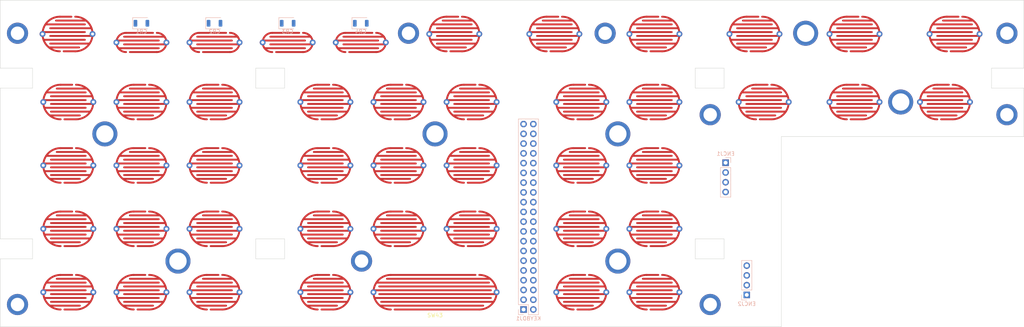
<source format=kicad_pcb>
(kicad_pcb (version 20171130) (host pcbnew "(5.1.5)-3")

  (general
    (thickness 1.6)
    (drawings 34)
    (tracks 16)
    (zones 0)
    (modules 52)
    (nets 29)
  )

  (page A4)
  (layers
    (0 F.Cu signal)
    (31 B.Cu signal)
    (32 B.Adhes user)
    (33 F.Adhes user)
    (34 B.Paste user)
    (35 F.Paste user)
    (36 B.SilkS user)
    (37 F.SilkS user)
    (38 B.Mask user)
    (39 F.Mask user)
    (40 Dwgs.User user)
    (41 Cmts.User user)
    (42 Eco1.User user)
    (43 Eco2.User user)
    (44 Edge.Cuts user)
    (45 Margin user)
    (46 B.CrtYd user)
    (47 F.CrtYd user)
    (48 B.Fab user)
    (49 F.Fab user)
  )

  (setup
    (last_trace_width 0.25)
    (trace_clearance 0.2)
    (zone_clearance 0.508)
    (zone_45_only no)
    (trace_min 0.2)
    (via_size 0.8)
    (via_drill 0.4)
    (via_min_size 0.4)
    (via_min_drill 0.3)
    (user_via 5.5 3.5)
    (user_via 6.5 4.5)
    (uvia_size 0.3)
    (uvia_drill 0.1)
    (uvias_allowed no)
    (uvia_min_size 0.2)
    (uvia_min_drill 0.1)
    (edge_width 0.05)
    (segment_width 0.2)
    (pcb_text_width 0.3)
    (pcb_text_size 1.5 1.5)
    (mod_edge_width 0.12)
    (mod_text_size 1 1)
    (mod_text_width 0.15)
    (pad_size 0.95 1.75)
    (pad_drill 0)
    (pad_to_mask_clearance 0.051)
    (solder_mask_min_width 0.25)
    (aux_axis_origin 0 0)
    (visible_elements 7EFFFFFF)
    (pcbplotparams
      (layerselection 0x010fc_ffffffff)
      (usegerberextensions false)
      (usegerberattributes false)
      (usegerberadvancedattributes false)
      (creategerberjobfile false)
      (excludeedgelayer true)
      (linewidth 0.100000)
      (plotframeref false)
      (viasonmask false)
      (mode 1)
      (useauxorigin false)
      (hpglpennumber 1)
      (hpglpenspeed 20)
      (hpglpendiameter 15.000000)
      (psnegative false)
      (psa4output false)
      (plotreference true)
      (plotvalue true)
      (plotinvisibletext false)
      (padsonsilk false)
      (subtractmaskfromsilk false)
      (outputformat 1)
      (mirror false)
      (drillshape 1)
      (scaleselection 1)
      (outputdirectory ""))
  )

  (net 0 "")
  (net 1 GND)
  (net 2 "Net-(KEYBDJ1-Pad36)")
  (net 3 "Net-(KEYBDJ1-Pad35)")
  (net 4 "Net-(KEYBDJ1-Pad34)")
  (net 5 /COL2)
  (net 6 /COL1)
  (net 7 +5V)
  (net 8 /ENCODER+)
  (net 9 /LED2B)
  (net 10 /LED2A)
  (net 11 /LED1B)
  (net 12 /LED1A)
  (net 13 /ROW6)
  (net 14 /ROW5)
  (net 15 /ROW4)
  (net 16 /ROW3)
  (net 17 /ROW2)
  (net 18 /ROW1)
  (net 19 /COL8)
  (net 20 /COL7)
  (net 21 /COL6)
  (net 22 /COL5)
  (net 23 /COL4)
  (net 24 /COL3)
  (net 25 /ENCODERB)
  (net 26 /ENCODERA)
  (net 27 "Net-(ENCJ1-Pad2)")
  (net 28 "Net-(ENCJ2-Pad1)")

  (net_class Default "This is the default net class."
    (clearance 0.2)
    (trace_width 0.25)
    (via_dia 0.8)
    (via_drill 0.4)
    (uvia_dia 0.3)
    (uvia_drill 0.1)
    (add_net +5V)
    (add_net /COL1)
    (add_net /COL2)
    (add_net /COL3)
    (add_net /COL4)
    (add_net /COL5)
    (add_net /COL6)
    (add_net /COL7)
    (add_net /COL8)
    (add_net /ENCODER+)
    (add_net /ENCODERA)
    (add_net /ENCODERB)
    (add_net /LED1A)
    (add_net /LED1B)
    (add_net /LED2A)
    (add_net /LED2B)
    (add_net /ROW1)
    (add_net /ROW2)
    (add_net /ROW3)
    (add_net /ROW4)
    (add_net /ROW5)
    (add_net /ROW6)
    (add_net GND)
    (add_net "Net-(ENCJ1-Pad2)")
    (add_net "Net-(ENCJ2-Pad1)")
    (add_net "Net-(KEYBDJ1-Pad34)")
    (add_net "Net-(KEYBDJ1-Pad35)")
    (add_net "Net-(KEYBDJ1-Pad36)")
  )

  (module Connector_PinHeader_2.54mm:PinHeader_1x04_P2.54mm_Vertical (layer B.Cu) (tedit 59FED5CC) (tstamp 5E326CD5)
    (at 194 76.7)
    (descr "Through hole straight pin header, 1x04, 2.54mm pitch, single row")
    (tags "Through hole pin header THT 1x04 2.54mm single row")
    (path /5E82EEFF)
    (fp_text reference ENCJ2 (at 0 2.33) (layer B.SilkS)
      (effects (font (size 1 1) (thickness 0.15)) (justify mirror))
    )
    (fp_text value Conn_01x04 (at 0 -9.95) (layer B.Fab)
      (effects (font (size 1 1) (thickness 0.15)) (justify mirror))
    )
    (fp_text user %R (at 0 -3.81 -90) (layer B.Fab)
      (effects (font (size 1 1) (thickness 0.15)) (justify mirror))
    )
    (fp_line (start 1.8 1.8) (end -1.8 1.8) (layer B.CrtYd) (width 0.05))
    (fp_line (start 1.8 -9.4) (end 1.8 1.8) (layer B.CrtYd) (width 0.05))
    (fp_line (start -1.8 -9.4) (end 1.8 -9.4) (layer B.CrtYd) (width 0.05))
    (fp_line (start -1.8 1.8) (end -1.8 -9.4) (layer B.CrtYd) (width 0.05))
    (fp_line (start -1.33 1.33) (end 0 1.33) (layer B.SilkS) (width 0.12))
    (fp_line (start -1.33 0) (end -1.33 1.33) (layer B.SilkS) (width 0.12))
    (fp_line (start -1.33 -1.27) (end 1.33 -1.27) (layer B.SilkS) (width 0.12))
    (fp_line (start 1.33 -1.27) (end 1.33 -8.95) (layer B.SilkS) (width 0.12))
    (fp_line (start -1.33 -1.27) (end -1.33 -8.95) (layer B.SilkS) (width 0.12))
    (fp_line (start -1.33 -8.95) (end 1.33 -8.95) (layer B.SilkS) (width 0.12))
    (fp_line (start -1.27 0.635) (end -0.635 1.27) (layer B.Fab) (width 0.1))
    (fp_line (start -1.27 -8.89) (end -1.27 0.635) (layer B.Fab) (width 0.1))
    (fp_line (start 1.27 -8.89) (end -1.27 -8.89) (layer B.Fab) (width 0.1))
    (fp_line (start 1.27 1.27) (end 1.27 -8.89) (layer B.Fab) (width 0.1))
    (fp_line (start -0.635 1.27) (end 1.27 1.27) (layer B.Fab) (width 0.1))
    (pad 4 thru_hole oval (at 0 -7.62) (size 1.7 1.7) (drill 1) (layers *.Cu *.Mask)
      (net 1 GND))
    (pad 3 thru_hole oval (at 0 -5.08) (size 1.7 1.7) (drill 1) (layers *.Cu *.Mask)
      (net 26 /ENCODERA))
    (pad 2 thru_hole oval (at 0 -2.54) (size 1.7 1.7) (drill 1) (layers *.Cu *.Mask)
      (net 1 GND))
    (pad 1 thru_hole rect (at 0 0) (size 1.7 1.7) (drill 1) (layers *.Cu *.Mask)
      (net 28 "Net-(ENCJ2-Pad1)"))
    (model ${KISYS3DMOD}/Connector_PinHeader_2.54mm.3dshapes/PinHeader_1x04_P2.54mm_Vertical.wrl
      (at (xyz 0 0 0))
      (scale (xyz 1 1 1))
      (rotate (xyz 0 0 0))
    )
  )

  (module Connector_PinHeader_2.54mm:PinHeader_1x04_P2.54mm_Vertical (layer B.Cu) (tedit 59FED5CC) (tstamp 5E326CBD)
    (at 188.5 42.3 180)
    (descr "Through hole straight pin header, 1x04, 2.54mm pitch, single row")
    (tags "Through hole pin header THT 1x04 2.54mm single row")
    (path /5E82BCCA)
    (fp_text reference ENCJ1 (at 0 2.33) (layer B.SilkS)
      (effects (font (size 1 1) (thickness 0.15)) (justify mirror))
    )
    (fp_text value Conn_01x04 (at 0 -9.95) (layer B.Fab)
      (effects (font (size 1 1) (thickness 0.15)) (justify mirror))
    )
    (fp_text user %R (at 0 -3.81 270) (layer B.Fab)
      (effects (font (size 1 1) (thickness 0.15)) (justify mirror))
    )
    (fp_line (start 1.8 1.8) (end -1.8 1.8) (layer B.CrtYd) (width 0.05))
    (fp_line (start 1.8 -9.4) (end 1.8 1.8) (layer B.CrtYd) (width 0.05))
    (fp_line (start -1.8 -9.4) (end 1.8 -9.4) (layer B.CrtYd) (width 0.05))
    (fp_line (start -1.8 1.8) (end -1.8 -9.4) (layer B.CrtYd) (width 0.05))
    (fp_line (start -1.33 1.33) (end 0 1.33) (layer B.SilkS) (width 0.12))
    (fp_line (start -1.33 0) (end -1.33 1.33) (layer B.SilkS) (width 0.12))
    (fp_line (start -1.33 -1.27) (end 1.33 -1.27) (layer B.SilkS) (width 0.12))
    (fp_line (start 1.33 -1.27) (end 1.33 -8.95) (layer B.SilkS) (width 0.12))
    (fp_line (start -1.33 -1.27) (end -1.33 -8.95) (layer B.SilkS) (width 0.12))
    (fp_line (start -1.33 -8.95) (end 1.33 -8.95) (layer B.SilkS) (width 0.12))
    (fp_line (start -1.27 0.635) (end -0.635 1.27) (layer B.Fab) (width 0.1))
    (fp_line (start -1.27 -8.89) (end -1.27 0.635) (layer B.Fab) (width 0.1))
    (fp_line (start 1.27 -8.89) (end -1.27 -8.89) (layer B.Fab) (width 0.1))
    (fp_line (start 1.27 1.27) (end 1.27 -8.89) (layer B.Fab) (width 0.1))
    (fp_line (start -0.635 1.27) (end 1.27 1.27) (layer B.Fab) (width 0.1))
    (pad 4 thru_hole oval (at 0 -7.62 180) (size 1.7 1.7) (drill 1) (layers *.Cu *.Mask)
      (net 1 GND))
    (pad 3 thru_hole oval (at 0 -5.08 180) (size 1.7 1.7) (drill 1) (layers *.Cu *.Mask)
      (net 25 /ENCODERB))
    (pad 2 thru_hole oval (at 0 -2.54 180) (size 1.7 1.7) (drill 1) (layers *.Cu *.Mask)
      (net 27 "Net-(ENCJ1-Pad2)"))
    (pad 1 thru_hole rect (at 0 0 180) (size 1.7 1.7) (drill 1) (layers *.Cu *.Mask)
      (net 8 /ENCODER+))
    (model ${KISYS3DMOD}/Connector_PinHeader_2.54mm.3dshapes/PinHeader_1x04_P2.54mm_Vertical.wrl
      (at (xyz 0 0 0))
      (scale (xyz 1 1 1))
      (rotate (xyz 0 0 0))
    )
  )

  (module LED_SMD:LED_1206_3216Metric_ReverseMount_Hole1.8x2.4mm (layer B.Cu) (tedit 5B442B4F) (tstamp 5E325155)
    (at 93.7 6)
    (descr "LED SMD 1206 (3216 Metric), reverse mount, square (rectangular) end terminal, IPC_7351 nominal, (Body size source: http://www.tortai-tech.com/upload/download/2011102023233369053.pdf), generated with kicad-footprint-generator")
    (tags "diode reverse")
    (path /5E69AB50)
    (attr smd)
    (fp_text reference CR4 (at 0 2.145) (layer B.SilkS)
      (effects (font (size 1 1) (thickness 0.15)) (justify mirror))
    )
    (fp_text value BOOST (at 0 -2.145) (layer B.Fab)
      (effects (font (size 1 1) (thickness 0.15)) (justify mirror))
    )
    (fp_text user %R (at 0 0) (layer B.Fab)
      (effects (font (size 0.8 0.8) (thickness 0.12)) (justify mirror))
    )
    (fp_line (start 2.28 -1.46) (end -2.28 -1.46) (layer B.CrtYd) (width 0.05))
    (fp_line (start 2.28 1.46) (end 2.28 -1.46) (layer B.CrtYd) (width 0.05))
    (fp_line (start -2.28 1.46) (end 2.28 1.46) (layer B.CrtYd) (width 0.05))
    (fp_line (start -2.28 -1.46) (end -2.28 1.46) (layer B.CrtYd) (width 0.05))
    (fp_line (start -2.285 -1.46) (end 1.6 -1.46) (layer B.SilkS) (width 0.12))
    (fp_line (start -2.285 1.46) (end -2.285 -1.46) (layer B.SilkS) (width 0.12))
    (fp_line (start 1.6 1.46) (end -2.285 1.46) (layer B.SilkS) (width 0.12))
    (fp_line (start 1.6 -0.8) (end 1.6 0.8) (layer B.Fab) (width 0.1))
    (fp_line (start -1.6 -0.8) (end 1.6 -0.8) (layer B.Fab) (width 0.1))
    (fp_line (start -1.6 0.4) (end -1.6 -0.8) (layer B.Fab) (width 0.1))
    (fp_line (start -1.2 0.8) (end -1.6 0.4) (layer B.Fab) (width 0.1))
    (fp_line (start 1.6 0.8) (end -1.2 0.8) (layer B.Fab) (width 0.1))
    (pad "" np_thru_hole oval (at 0 0) (size 1.8 2.4) (drill oval 1.8 2.4) (layers *.Cu *.Mask))
    (pad 2 smd roundrect (at 1.55 0) (size 0.95 1.75) (layers B.Cu B.Paste B.Mask) (roundrect_rratio 0.2)
      (net 7 +5V))
    (pad 1 smd roundrect (at -1.55 0) (size 0.95 1.75) (layers B.Cu B.Paste B.Mask) (roundrect_rratio 0.2)
      (net 11 /LED1B))
    (model ${KISYS3DMOD}/LED_SMD.3dshapes/LED_1206_3216Metric_ReverseMount.wrl
      (at (xyz 0 0 0))
      (scale (xyz 1 1 1))
      (rotate (xyz 0 0 0))
    )
  )

  (module LED_SMD:LED_1206_3216Metric_ReverseMount_Hole1.8x2.4mm (layer B.Cu) (tedit 5B442B4F) (tstamp 5E325141)
    (at 74.7 6)
    (descr "LED SMD 1206 (3216 Metric), reverse mount, square (rectangular) end terminal, IPC_7351 nominal, (Body size source: http://www.tortai-tech.com/upload/download/2011102023233369053.pdf), generated with kicad-footprint-generator")
    (tags "diode reverse")
    (path /5E69AB4A)
    (attr smd)
    (fp_text reference CR3 (at 0 2.145) (layer B.SilkS)
      (effects (font (size 1 1) (thickness 0.15)) (justify mirror))
    )
    (fp_text value "W BND" (at 0 -2.145) (layer B.Fab)
      (effects (font (size 1 1) (thickness 0.15)) (justify mirror))
    )
    (fp_text user %R (at 0 0) (layer B.Fab)
      (effects (font (size 0.8 0.8) (thickness 0.12)) (justify mirror))
    )
    (fp_line (start 2.28 -1.46) (end -2.28 -1.46) (layer B.CrtYd) (width 0.05))
    (fp_line (start 2.28 1.46) (end 2.28 -1.46) (layer B.CrtYd) (width 0.05))
    (fp_line (start -2.28 1.46) (end 2.28 1.46) (layer B.CrtYd) (width 0.05))
    (fp_line (start -2.28 -1.46) (end -2.28 1.46) (layer B.CrtYd) (width 0.05))
    (fp_line (start -2.285 -1.46) (end 1.6 -1.46) (layer B.SilkS) (width 0.12))
    (fp_line (start -2.285 1.46) (end -2.285 -1.46) (layer B.SilkS) (width 0.12))
    (fp_line (start 1.6 1.46) (end -2.285 1.46) (layer B.SilkS) (width 0.12))
    (fp_line (start 1.6 -0.8) (end 1.6 0.8) (layer B.Fab) (width 0.1))
    (fp_line (start -1.6 -0.8) (end 1.6 -0.8) (layer B.Fab) (width 0.1))
    (fp_line (start -1.6 0.4) (end -1.6 -0.8) (layer B.Fab) (width 0.1))
    (fp_line (start -1.2 0.8) (end -1.6 0.4) (layer B.Fab) (width 0.1))
    (fp_line (start 1.6 0.8) (end -1.2 0.8) (layer B.Fab) (width 0.1))
    (pad "" np_thru_hole oval (at 0 0) (size 1.8 2.4) (drill oval 1.8 2.4) (layers *.Cu *.Mask))
    (pad 2 smd roundrect (at 1.55 0) (size 0.95 1.75) (layers B.Cu B.Paste B.Mask) (roundrect_rratio 0.2)
      (net 7 +5V))
    (pad 1 smd roundrect (at -1.55 0) (size 0.95 1.75) (layers B.Cu B.Paste B.Mask) (roundrect_rratio 0.2)
      (net 9 /LED2B))
    (model ${KISYS3DMOD}/LED_SMD.3dshapes/LED_1206_3216Metric_ReverseMount.wrl
      (at (xyz 0 0 0))
      (scale (xyz 1 1 1))
      (rotate (xyz 0 0 0))
    )
  )

  (module LED_SMD:LED_1206_3216Metric_ReverseMount_Hole1.8x2.4mm (layer B.Cu) (tedit 5B442B4F) (tstamp 5E32512D)
    (at 55.7 6)
    (descr "LED SMD 1206 (3216 Metric), reverse mount, square (rectangular) end terminal, IPC_7351 nominal, (Body size source: http://www.tortai-tech.com/upload/download/2011102023233369053.pdf), generated with kicad-footprint-generator")
    (tags "diode reverse")
    (path /5E69AB44)
    (attr smd)
    (fp_text reference CR2 (at 0 2.145) (layer B.SilkS)
      (effects (font (size 1 1) (thickness 0.15)) (justify mirror))
    )
    (fp_text value "EX GRD" (at 0 -2.145) (layer B.Fab)
      (effects (font (size 1 1) (thickness 0.15)) (justify mirror))
    )
    (fp_text user %R (at 0 0) (layer B.Fab)
      (effects (font (size 0.8 0.8) (thickness 0.12)) (justify mirror))
    )
    (fp_line (start 2.28 -1.46) (end -2.28 -1.46) (layer B.CrtYd) (width 0.05))
    (fp_line (start 2.28 1.46) (end 2.28 -1.46) (layer B.CrtYd) (width 0.05))
    (fp_line (start -2.28 1.46) (end 2.28 1.46) (layer B.CrtYd) (width 0.05))
    (fp_line (start -2.28 -1.46) (end -2.28 1.46) (layer B.CrtYd) (width 0.05))
    (fp_line (start -2.285 -1.46) (end 1.6 -1.46) (layer B.SilkS) (width 0.12))
    (fp_line (start -2.285 1.46) (end -2.285 -1.46) (layer B.SilkS) (width 0.12))
    (fp_line (start 1.6 1.46) (end -2.285 1.46) (layer B.SilkS) (width 0.12))
    (fp_line (start 1.6 -0.8) (end 1.6 0.8) (layer B.Fab) (width 0.1))
    (fp_line (start -1.6 -0.8) (end 1.6 -0.8) (layer B.Fab) (width 0.1))
    (fp_line (start -1.6 0.4) (end -1.6 -0.8) (layer B.Fab) (width 0.1))
    (fp_line (start -1.2 0.8) (end -1.6 0.4) (layer B.Fab) (width 0.1))
    (fp_line (start 1.6 0.8) (end -1.2 0.8) (layer B.Fab) (width 0.1))
    (pad "" np_thru_hole oval (at 0 0) (size 1.8 2.4) (drill oval 1.8 2.4) (layers *.Cu *.Mask))
    (pad 2 smd roundrect (at 1.55 0) (size 0.95 1.75) (layers B.Cu B.Paste B.Mask) (roundrect_rratio 0.2)
      (net 7 +5V))
    (pad 1 smd roundrect (at -1.55 0) (size 0.95 1.75) (layers B.Cu B.Paste B.Mask) (roundrect_rratio 0.2)
      (net 10 /LED2A))
    (model ${KISYS3DMOD}/LED_SMD.3dshapes/LED_1206_3216Metric_ReverseMount.wrl
      (at (xyz 0 0 0))
      (scale (xyz 1 1 1))
      (rotate (xyz 0 0 0))
    )
  )

  (module LED_SMD:LED_1206_3216Metric_ReverseMount_Hole1.8x2.4mm (layer B.Cu) (tedit 5B442B4F) (tstamp 5E325119)
    (at 36.7 6)
    (descr "LED SMD 1206 (3216 Metric), reverse mount, square (rectangular) end terminal, IPC_7351 nominal, (Body size source: http://www.tortai-tech.com/upload/download/2011102023233369053.pdf), generated with kicad-footprint-generator")
    (tags "diode reverse")
    (path /5E694206)
    (attr smd)
    (fp_text reference CR1 (at 0 2.145) (layer B.SilkS)
      (effects (font (size 1 1) (thickness 0.15)) (justify mirror))
    )
    (fp_text value "EX SNS" (at 0 -2.145) (layer B.Fab)
      (effects (font (size 1 1) (thickness 0.15)) (justify mirror))
    )
    (fp_line (start 1.6 0.8) (end -1.2 0.8) (layer B.Fab) (width 0.1))
    (fp_line (start -1.2 0.8) (end -1.6 0.4) (layer B.Fab) (width 0.1))
    (fp_line (start -1.6 0.4) (end -1.6 -0.8) (layer B.Fab) (width 0.1))
    (fp_line (start -1.6 -0.8) (end 1.6 -0.8) (layer B.Fab) (width 0.1))
    (fp_line (start 1.6 -0.8) (end 1.6 0.8) (layer B.Fab) (width 0.1))
    (fp_line (start 1.6 1.46) (end -2.285 1.46) (layer B.SilkS) (width 0.12))
    (fp_line (start -2.285 1.46) (end -2.285 -1.46) (layer B.SilkS) (width 0.12))
    (fp_line (start -2.285 -1.46) (end 1.6 -1.46) (layer B.SilkS) (width 0.12))
    (fp_line (start -2.28 -1.46) (end -2.28 1.46) (layer B.CrtYd) (width 0.05))
    (fp_line (start -2.28 1.46) (end 2.28 1.46) (layer B.CrtYd) (width 0.05))
    (fp_line (start 2.28 1.46) (end 2.28 -1.46) (layer B.CrtYd) (width 0.05))
    (fp_line (start 2.28 -1.46) (end -2.28 -1.46) (layer B.CrtYd) (width 0.05))
    (fp_text user %R (at 0 0) (layer B.Fab)
      (effects (font (size 0.8 0.8) (thickness 0.12)) (justify mirror))
    )
    (pad 1 smd roundrect (at -1.55 0) (size 0.95 1.75) (layers B.Cu B.Paste B.Mask) (roundrect_rratio 0.2)
      (net 12 /LED1A))
    (pad 2 smd roundrect (at 1.55 0) (size 0.95 1.75) (layers B.Cu B.Paste B.Mask) (roundrect_rratio 0.2)
      (net 7 +5V))
    (pad "" np_thru_hole oval (at 0 0) (size 1.8 2.4) (drill oval 1.8 2.4) (layers *.Cu *.Mask))
    (model ${KISYS3DMOD}/LED_SMD.3dshapes/LED_1206_3216Metric_ReverseMount.wrl
      (at (xyz 0 0 0))
      (scale (xyz 1 1 1))
      (rotate (xyz 0 0 0))
    )
  )

  (module Connector_PinHeader_2.54mm:PinHeader_2x20_P2.54mm_Vertical (layer B.Cu) (tedit 59FED5CC) (tstamp 5E31E8C9)
    (at 136 80.5)
    (descr "Through hole straight pin header, 2x20, 2.54mm pitch, double rows")
    (tags "Through hole pin header THT 2x20 2.54mm double row")
    (path /5E317DF2)
    (fp_text reference KEYBDJ1 (at 1.27 2.33) (layer B.SilkS)
      (effects (font (size 1 1) (thickness 0.15)) (justify mirror))
    )
    (fp_text value Conn_02x20_Odd_Even (at -2.65 -41.13 90) (layer B.Fab)
      (effects (font (size 1 1) (thickness 0.15)) (justify mirror))
    )
    (fp_text user %R (at 1.27 -24.13 -90) (layer B.Fab)
      (effects (font (size 1 1) (thickness 0.15)) (justify mirror))
    )
    (fp_line (start 4.35 1.8) (end -1.8 1.8) (layer B.CrtYd) (width 0.05))
    (fp_line (start 4.35 -50.05) (end 4.35 1.8) (layer B.CrtYd) (width 0.05))
    (fp_line (start -1.8 -50.05) (end 4.35 -50.05) (layer B.CrtYd) (width 0.05))
    (fp_line (start -1.8 1.8) (end -1.8 -50.05) (layer B.CrtYd) (width 0.05))
    (fp_line (start -1.33 1.33) (end 0 1.33) (layer B.SilkS) (width 0.12))
    (fp_line (start -1.33 0) (end -1.33 1.33) (layer B.SilkS) (width 0.12))
    (fp_line (start 1.27 1.33) (end 3.87 1.33) (layer B.SilkS) (width 0.12))
    (fp_line (start 1.27 -1.27) (end 1.27 1.33) (layer B.SilkS) (width 0.12))
    (fp_line (start -1.33 -1.27) (end 1.27 -1.27) (layer B.SilkS) (width 0.12))
    (fp_line (start 3.87 1.33) (end 3.87 -49.59) (layer B.SilkS) (width 0.12))
    (fp_line (start -1.33 -1.27) (end -1.33 -49.59) (layer B.SilkS) (width 0.12))
    (fp_line (start -1.33 -49.59) (end 3.87 -49.59) (layer B.SilkS) (width 0.12))
    (fp_line (start -1.27 0) (end 0 1.27) (layer B.Fab) (width 0.1))
    (fp_line (start -1.27 -49.53) (end -1.27 0) (layer B.Fab) (width 0.1))
    (fp_line (start 3.81 -49.53) (end -1.27 -49.53) (layer B.Fab) (width 0.1))
    (fp_line (start 3.81 1.27) (end 3.81 -49.53) (layer B.Fab) (width 0.1))
    (fp_line (start 0 1.27) (end 3.81 1.27) (layer B.Fab) (width 0.1))
    (pad 40 thru_hole oval (at 2.54 -48.26) (size 1.7 1.7) (drill 1) (layers *.Cu *.Mask)
      (net 1 GND))
    (pad 39 thru_hole oval (at 0 -48.26) (size 1.7 1.7) (drill 1) (layers *.Cu *.Mask)
      (net 1 GND))
    (pad 38 thru_hole oval (at 2.54 -45.72) (size 1.7 1.7) (drill 1) (layers *.Cu *.Mask)
      (net 7 +5V))
    (pad 37 thru_hole oval (at 0 -45.72) (size 1.7 1.7) (drill 1) (layers *.Cu *.Mask)
      (net 7 +5V))
    (pad 36 thru_hole oval (at 2.54 -43.18) (size 1.7 1.7) (drill 1) (layers *.Cu *.Mask)
      (net 2 "Net-(KEYBDJ1-Pad36)"))
    (pad 35 thru_hole oval (at 0 -43.18) (size 1.7 1.7) (drill 1) (layers *.Cu *.Mask)
      (net 3 "Net-(KEYBDJ1-Pad35)"))
    (pad 34 thru_hole oval (at 2.54 -40.64) (size 1.7 1.7) (drill 1) (layers *.Cu *.Mask)
      (net 4 "Net-(KEYBDJ1-Pad34)"))
    (pad 33 thru_hole oval (at 0 -40.64) (size 1.7 1.7) (drill 1) (layers *.Cu *.Mask)
      (net 8 /ENCODER+))
    (pad 32 thru_hole oval (at 2.54 -38.1) (size 1.7 1.7) (drill 1) (layers *.Cu *.Mask)
      (net 9 /LED2B))
    (pad 31 thru_hole oval (at 0 -38.1) (size 1.7 1.7) (drill 1) (layers *.Cu *.Mask)
      (net 10 /LED2A))
    (pad 30 thru_hole oval (at 2.54 -35.56) (size 1.7 1.7) (drill 1) (layers *.Cu *.Mask)
      (net 11 /LED1B))
    (pad 29 thru_hole oval (at 0 -35.56) (size 1.7 1.7) (drill 1) (layers *.Cu *.Mask)
      (net 12 /LED1A))
    (pad 28 thru_hole oval (at 2.54 -33.02) (size 1.7 1.7) (drill 1) (layers *.Cu *.Mask)
      (net 1 GND))
    (pad 27 thru_hole oval (at 0 -33.02) (size 1.7 1.7) (drill 1) (layers *.Cu *.Mask)
      (net 13 /ROW6))
    (pad 26 thru_hole oval (at 2.54 -30.48) (size 1.7 1.7) (drill 1) (layers *.Cu *.Mask)
      (net 1 GND))
    (pad 25 thru_hole oval (at 0 -30.48) (size 1.7 1.7) (drill 1) (layers *.Cu *.Mask)
      (net 14 /ROW5))
    (pad 24 thru_hole oval (at 2.54 -27.94) (size 1.7 1.7) (drill 1) (layers *.Cu *.Mask)
      (net 1 GND))
    (pad 23 thru_hole oval (at 0 -27.94) (size 1.7 1.7) (drill 1) (layers *.Cu *.Mask)
      (net 15 /ROW4))
    (pad 22 thru_hole oval (at 2.54 -25.4) (size 1.7 1.7) (drill 1) (layers *.Cu *.Mask)
      (net 1 GND))
    (pad 21 thru_hole oval (at 0 -25.4) (size 1.7 1.7) (drill 1) (layers *.Cu *.Mask)
      (net 16 /ROW3))
    (pad 20 thru_hole oval (at 2.54 -22.86) (size 1.7 1.7) (drill 1) (layers *.Cu *.Mask)
      (net 1 GND))
    (pad 19 thru_hole oval (at 0 -22.86) (size 1.7 1.7) (drill 1) (layers *.Cu *.Mask)
      (net 17 /ROW2))
    (pad 18 thru_hole oval (at 2.54 -20.32) (size 1.7 1.7) (drill 1) (layers *.Cu *.Mask)
      (net 1 GND))
    (pad 17 thru_hole oval (at 0 -20.32) (size 1.7 1.7) (drill 1) (layers *.Cu *.Mask)
      (net 18 /ROW1))
    (pad 16 thru_hole oval (at 2.54 -17.78) (size 1.7 1.7) (drill 1) (layers *.Cu *.Mask)
      (net 1 GND))
    (pad 15 thru_hole oval (at 0 -17.78) (size 1.7 1.7) (drill 1) (layers *.Cu *.Mask)
      (net 19 /COL8))
    (pad 14 thru_hole oval (at 2.54 -15.24) (size 1.7 1.7) (drill 1) (layers *.Cu *.Mask)
      (net 1 GND))
    (pad 13 thru_hole oval (at 0 -15.24) (size 1.7 1.7) (drill 1) (layers *.Cu *.Mask)
      (net 20 /COL7))
    (pad 12 thru_hole oval (at 2.54 -12.7) (size 1.7 1.7) (drill 1) (layers *.Cu *.Mask)
      (net 1 GND))
    (pad 11 thru_hole oval (at 0 -12.7) (size 1.7 1.7) (drill 1) (layers *.Cu *.Mask)
      (net 21 /COL6))
    (pad 10 thru_hole oval (at 2.54 -10.16) (size 1.7 1.7) (drill 1) (layers *.Cu *.Mask)
      (net 1 GND))
    (pad 9 thru_hole oval (at 0 -10.16) (size 1.7 1.7) (drill 1) (layers *.Cu *.Mask)
      (net 22 /COL5))
    (pad 8 thru_hole oval (at 2.54 -7.62) (size 1.7 1.7) (drill 1) (layers *.Cu *.Mask)
      (net 1 GND))
    (pad 7 thru_hole oval (at 0 -7.62) (size 1.7 1.7) (drill 1) (layers *.Cu *.Mask)
      (net 23 /COL4))
    (pad 6 thru_hole oval (at 2.54 -5.08) (size 1.7 1.7) (drill 1) (layers *.Cu *.Mask)
      (net 1 GND))
    (pad 5 thru_hole oval (at 0 -5.08) (size 1.7 1.7) (drill 1) (layers *.Cu *.Mask)
      (net 24 /COL3))
    (pad 4 thru_hole oval (at 2.54 -2.54) (size 1.7 1.7) (drill 1) (layers *.Cu *.Mask)
      (net 25 /ENCODERB))
    (pad 3 thru_hole oval (at 0 -2.54) (size 1.7 1.7) (drill 1) (layers *.Cu *.Mask)
      (net 5 /COL2))
    (pad 2 thru_hole oval (at 2.54 0) (size 1.7 1.7) (drill 1) (layers *.Cu *.Mask)
      (net 26 /ENCODERA))
    (pad 1 thru_hole rect (at 0 0) (size 1.7 1.7) (drill 1) (layers *.Cu *.Mask)
      (net 6 /COL1))
    (model ${KISYS3DMOD}/Connector_PinHeader_2.54mm.3dshapes/PinHeader_2x20_P2.54mm_Vertical.wrl
      (at (xyz 0 0 0))
      (scale (xyz 1 1 1))
      (rotate (xyz 0 0 0))
    )
  )

  (module 3003:medium-switch (layer F.Cu) (tedit 5E31F815) (tstamp 5E318C4F)
    (at 151 76)
    (path /5E37DB0C)
    (fp_text reference SW45 (at 0 6) (layer F.SilkS) hide
      (effects (font (size 1 1) (thickness 0.15)))
    )
    (fp_text value x10 (at 0 -6) (layer F.Fab) hide
      (effects (font (size 1 1) (thickness 0.15)))
    )
    (fp_poly (pts (xy 7.5 5) (xy -7.5 5) (xy -7.5 -5) (xy 7.5 -5)) (layer F.Mask) (width 0.1))
    (fp_line (start -4.7 3.5) (end 3 3.5) (layer F.Cu) (width 0.5))
    (fp_line (start 5.7 2.5) (end -4.5 2.5) (layer F.Cu) (width 0.5))
    (fp_line (start -6.2 1.5) (end 4.5 1.5) (layer F.Cu) (width 0.5))
    (fp_line (start 6.5 0.5) (end -4.5 0.5) (layer F.Cu) (width 0.5))
    (fp_line (start 4.5 -0.5) (end -6.5 -0.5) (layer F.Cu) (width 0.5))
    (fp_line (start -4.5 -1.5) (end 6.2 -1.5) (layer F.Cu) (width 0.5))
    (fp_line (start 4.5 -2.5) (end -5.7 -2.5) (layer F.Cu) (width 0.5))
    (fp_line (start 4.7 -3.5) (end -3 -3.5) (layer F.Cu) (width 0.5))
    (fp_line (start 2 4.5) (end -1 4.5) (layer F.Cu) (width 0.5))
    (fp_line (start -2 -4.5) (end 1 -4.5) (layer F.Cu) (width 0.5))
    (fp_arc (start 2 0) (end 2 4.5) (angle -180) (layer F.Cu) (width 0.5))
    (fp_arc (start -2 0) (end -2 4.5) (angle 180) (layer F.Cu) (width 0.5))
    (pad 2 thru_hole circle (at 6.5 0) (size 1.524 1.524) (drill 0.762) (layers *.Cu *.Mask)
      (net 22 /COL5))
    (pad 1 thru_hole circle (at -6.5 0) (size 1.524 1.524) (drill 0.762) (layers *.Cu *.Mask)
      (net 13 /ROW6))
  )

  (module 3003:medium-switch (layer F.Cu) (tedit 5E31F815) (tstamp 5E318C3C)
    (at 103.5 26.5)
    (path /5E37DB06)
    (fp_text reference SW44 (at 0 6) (layer F.SilkS) hide
      (effects (font (size 1 1) (thickness 0.15)))
    )
    (fp_text value V (at 0 -6) (layer F.Fab) hide
      (effects (font (size 1 1) (thickness 0.15)))
    )
    (fp_poly (pts (xy 7.5 5) (xy -7.5 5) (xy -7.5 -5) (xy 7.5 -5)) (layer F.Mask) (width 0.1))
    (fp_line (start -4.7 3.5) (end 3 3.5) (layer F.Cu) (width 0.5))
    (fp_line (start 5.7 2.5) (end -4.5 2.5) (layer F.Cu) (width 0.5))
    (fp_line (start -6.2 1.5) (end 4.5 1.5) (layer F.Cu) (width 0.5))
    (fp_line (start 6.5 0.5) (end -4.5 0.5) (layer F.Cu) (width 0.5))
    (fp_line (start 4.5 -0.5) (end -6.5 -0.5) (layer F.Cu) (width 0.5))
    (fp_line (start -4.5 -1.5) (end 6.2 -1.5) (layer F.Cu) (width 0.5))
    (fp_line (start 4.5 -2.5) (end -5.7 -2.5) (layer F.Cu) (width 0.5))
    (fp_line (start 4.7 -3.5) (end -3 -3.5) (layer F.Cu) (width 0.5))
    (fp_line (start 2 4.5) (end -1 4.5) (layer F.Cu) (width 0.5))
    (fp_line (start -2 -4.5) (end 1 -4.5) (layer F.Cu) (width 0.5))
    (fp_arc (start 2 0) (end 2 4.5) (angle -180) (layer F.Cu) (width 0.5))
    (fp_arc (start -2 0) (end -2 4.5) (angle 180) (layer F.Cu) (width 0.5))
    (pad 2 thru_hole circle (at 6.5 0) (size 1.524 1.524) (drill 0.762) (layers *.Cu *.Mask)
      (net 23 /COL4))
    (pad 1 thru_hole circle (at -6.5 0) (size 1.524 1.524) (drill 0.762) (layers *.Cu *.Mask)
      (net 13 /ROW6))
  )

  (module 3003:large-switch (layer F.Cu) (tedit 5E31F80A) (tstamp 5E318C29)
    (at 113 76)
    (path /5E37DAFF)
    (fp_text reference SW43 (at 0 6) (layer F.SilkS)
      (effects (font (size 1 1) (thickness 0.15)))
    )
    (fp_text value ENTER (at 0 -6) (layer F.Fab)
      (effects (font (size 1 1) (thickness 0.15)))
    )
    (fp_line (start -11.5 -4.5) (end 10.5 -4.5) (layer F.Cu) (width 0.5))
    (fp_line (start -14.3 3.5) (end 12.5 3.5) (layer F.Cu) (width 0.5))
    (fp_line (start -14.5 -1.5) (end 15.7 -1.5) (layer F.Cu) (width 0.5))
    (fp_line (start 15.2 2.5) (end -14 2.5) (layer F.Cu) (width 0.5))
    (fp_line (start 11.5 4.5) (end -10.5 4.5) (layer F.Cu) (width 0.5))
    (fp_line (start 14.3 -3.5) (end -12.5 -3.5) (layer F.Cu) (width 0.5))
    (fp_line (start 14 -2.5) (end -15.2 -2.5) (layer F.Cu) (width 0.5))
    (fp_line (start 14.5 -0.5) (end -16 -0.5) (layer F.Cu) (width 0.5))
    (fp_line (start 16 0.5) (end -14.5 0.5) (layer F.Cu) (width 0.5))
    (fp_line (start -15.7 1.5) (end 14.5 1.5) (layer F.Cu) (width 0.5))
    (fp_arc (start -11.5 0) (end -11.5 4.5) (angle 180) (layer F.Cu) (width 0.5))
    (fp_arc (start 11.5 0) (end 11.5 4.5) (angle -180) (layer F.Cu) (width 0.5))
    (fp_poly (pts (xy 17 5) (xy -17 5) (xy -17 -5) (xy 17 -5)) (layer F.Mask) (width 0.1))
    (pad 2 thru_hole circle (at 16 0) (size 1.524 1.524) (drill 0.762) (layers *.Cu *.Mask)
      (net 24 /COL3))
    (pad 1 thru_hole circle (at -16 0) (size 1.524 1.524) (drill 0.762) (layers *.Cu *.Mask)
      (net 13 /ROW6))
  )

  (module 3003:medium-switch (layer F.Cu) (tedit 5E31F815) (tstamp 5E318C16)
    (at 55.7 59.5)
    (path /5E37DAF9)
    (fp_text reference SW42 (at 0 6) (layer F.SilkS) hide
      (effects (font (size 1 1) (thickness 0.15)))
    )
    (fp_text value 3 (at 0 -6) (layer F.Fab) hide
      (effects (font (size 1 1) (thickness 0.15)))
    )
    (fp_poly (pts (xy 7.5 5) (xy -7.5 5) (xy -7.5 -5) (xy 7.5 -5)) (layer F.Mask) (width 0.1))
    (fp_line (start -4.7 3.5) (end 3 3.5) (layer F.Cu) (width 0.5))
    (fp_line (start 5.7 2.5) (end -4.5 2.5) (layer F.Cu) (width 0.5))
    (fp_line (start -6.2 1.5) (end 4.5 1.5) (layer F.Cu) (width 0.5))
    (fp_line (start 6.5 0.5) (end -4.5 0.5) (layer F.Cu) (width 0.5))
    (fp_line (start 4.5 -0.5) (end -6.5 -0.5) (layer F.Cu) (width 0.5))
    (fp_line (start -4.5 -1.5) (end 6.2 -1.5) (layer F.Cu) (width 0.5))
    (fp_line (start 4.5 -2.5) (end -5.7 -2.5) (layer F.Cu) (width 0.5))
    (fp_line (start 4.7 -3.5) (end -3 -3.5) (layer F.Cu) (width 0.5))
    (fp_line (start 2 4.5) (end -1 4.5) (layer F.Cu) (width 0.5))
    (fp_line (start -2 -4.5) (end 1 -4.5) (layer F.Cu) (width 0.5))
    (fp_arc (start 2 0) (end 2 4.5) (angle -180) (layer F.Cu) (width 0.5))
    (fp_arc (start -2 0) (end -2 4.5) (angle 180) (layer F.Cu) (width 0.5))
    (pad 2 thru_hole circle (at 6.5 0) (size 1.524 1.524) (drill 0.762) (layers *.Cu *.Mask)
      (net 5 /COL2))
    (pad 1 thru_hole circle (at -6.5 0) (size 1.524 1.524) (drill 0.762) (layers *.Cu *.Mask)
      (net 13 /ROW6))
  )

  (module 3003:medium-switch (layer F.Cu) (tedit 5E31F815) (tstamp 5E318C03)
    (at 55.7 76)
    (path /5E37DAF3)
    (fp_text reference SW41 (at 0 6) (layer F.SilkS) hide
      (effects (font (size 1 1) (thickness 0.15)))
    )
    (fp_text value . (at 0 -6) (layer F.Fab) hide
      (effects (font (size 1 1) (thickness 0.15)))
    )
    (fp_poly (pts (xy 7.5 5) (xy -7.5 5) (xy -7.5 -5) (xy 7.5 -5)) (layer F.Mask) (width 0.1))
    (fp_line (start -4.7 3.5) (end 3 3.5) (layer F.Cu) (width 0.5))
    (fp_line (start 5.7 2.5) (end -4.5 2.5) (layer F.Cu) (width 0.5))
    (fp_line (start -6.2 1.5) (end 4.5 1.5) (layer F.Cu) (width 0.5))
    (fp_line (start 6.5 0.5) (end -4.5 0.5) (layer F.Cu) (width 0.5))
    (fp_line (start 4.5 -0.5) (end -6.5 -0.5) (layer F.Cu) (width 0.5))
    (fp_line (start -4.5 -1.5) (end 6.2 -1.5) (layer F.Cu) (width 0.5))
    (fp_line (start 4.5 -2.5) (end -5.7 -2.5) (layer F.Cu) (width 0.5))
    (fp_line (start 4.7 -3.5) (end -3 -3.5) (layer F.Cu) (width 0.5))
    (fp_line (start 2 4.5) (end -1 4.5) (layer F.Cu) (width 0.5))
    (fp_line (start -2 -4.5) (end 1 -4.5) (layer F.Cu) (width 0.5))
    (fp_arc (start 2 0) (end 2 4.5) (angle -180) (layer F.Cu) (width 0.5))
    (fp_arc (start -2 0) (end -2 4.5) (angle 180) (layer F.Cu) (width 0.5))
    (pad 2 thru_hole circle (at 6.5 0) (size 1.524 1.524) (drill 0.762) (layers *.Cu *.Mask)
      (net 6 /COL1))
    (pad 1 thru_hole circle (at -6.5 0) (size 1.524 1.524) (drill 0.762) (layers *.Cu *.Mask)
      (net 13 /ROW6))
  )

  (module 3003:medium-switch (layer F.Cu) (tedit 5E31F815) (tstamp 5E318BF0)
    (at 248 8.8)
    (path /5E373F49)
    (fp_text reference SW40 (at 0 6) (layer F.SilkS) hide
      (effects (font (size 1 1) (thickness 0.15)))
    )
    (fp_text value "SOFT 5" (at 0 -6) (layer F.Fab) hide
      (effects (font (size 1 1) (thickness 0.15)))
    )
    (fp_poly (pts (xy 7.5 5) (xy -7.5 5) (xy -7.5 -5) (xy 7.5 -5)) (layer F.Mask) (width 0.1))
    (fp_line (start -4.7 3.5) (end 3 3.5) (layer F.Cu) (width 0.5))
    (fp_line (start 5.7 2.5) (end -4.5 2.5) (layer F.Cu) (width 0.5))
    (fp_line (start -6.2 1.5) (end 4.5 1.5) (layer F.Cu) (width 0.5))
    (fp_line (start 6.5 0.5) (end -4.5 0.5) (layer F.Cu) (width 0.5))
    (fp_line (start 4.5 -0.5) (end -6.5 -0.5) (layer F.Cu) (width 0.5))
    (fp_line (start -4.5 -1.5) (end 6.2 -1.5) (layer F.Cu) (width 0.5))
    (fp_line (start 4.5 -2.5) (end -5.7 -2.5) (layer F.Cu) (width 0.5))
    (fp_line (start 4.7 -3.5) (end -3 -3.5) (layer F.Cu) (width 0.5))
    (fp_line (start 2 4.5) (end -1 4.5) (layer F.Cu) (width 0.5))
    (fp_line (start -2 -4.5) (end 1 -4.5) (layer F.Cu) (width 0.5))
    (fp_arc (start 2 0) (end 2 4.5) (angle -180) (layer F.Cu) (width 0.5))
    (fp_arc (start -2 0) (end -2 4.5) (angle 180) (layer F.Cu) (width 0.5))
    (pad 2 thru_hole circle (at 6.5 0) (size 1.524 1.524) (drill 0.762) (layers *.Cu *.Mask)
      (net 19 /COL8))
    (pad 1 thru_hole circle (at -6.5 0) (size 1.524 1.524) (drill 0.762) (layers *.Cu *.Mask)
      (net 14 /ROW5))
  )

  (module 3003:medium-switch (layer F.Cu) (tedit 5E31F815) (tstamp 5E318BDD)
    (at 196 8.8)
    (path /5E373F43)
    (fp_text reference SW39 (at 0 6) (layer F.SilkS) hide
      (effects (font (size 1 1) (thickness 0.15)))
    )
    (fp_text value "SOFT 3" (at 0 -6) (layer F.Fab) hide
      (effects (font (size 1 1) (thickness 0.15)))
    )
    (fp_poly (pts (xy 7.5 5) (xy -7.5 5) (xy -7.5 -5) (xy 7.5 -5)) (layer F.Mask) (width 0.1))
    (fp_line (start -4.7 3.5) (end 3 3.5) (layer F.Cu) (width 0.5))
    (fp_line (start 5.7 2.5) (end -4.5 2.5) (layer F.Cu) (width 0.5))
    (fp_line (start -6.2 1.5) (end 4.5 1.5) (layer F.Cu) (width 0.5))
    (fp_line (start 6.5 0.5) (end -4.5 0.5) (layer F.Cu) (width 0.5))
    (fp_line (start 4.5 -0.5) (end -6.5 -0.5) (layer F.Cu) (width 0.5))
    (fp_line (start -4.5 -1.5) (end 6.2 -1.5) (layer F.Cu) (width 0.5))
    (fp_line (start 4.5 -2.5) (end -5.7 -2.5) (layer F.Cu) (width 0.5))
    (fp_line (start 4.7 -3.5) (end -3 -3.5) (layer F.Cu) (width 0.5))
    (fp_line (start 2 4.5) (end -1 4.5) (layer F.Cu) (width 0.5))
    (fp_line (start -2 -4.5) (end 1 -4.5) (layer F.Cu) (width 0.5))
    (fp_arc (start 2 0) (end 2 4.5) (angle -180) (layer F.Cu) (width 0.5))
    (fp_arc (start -2 0) (end -2 4.5) (angle 180) (layer F.Cu) (width 0.5))
    (pad 2 thru_hole circle (at 6.5 0) (size 1.524 1.524) (drill 0.762) (layers *.Cu *.Mask)
      (net 20 /COL7))
    (pad 1 thru_hole circle (at -6.5 0) (size 1.524 1.524) (drill 0.762) (layers *.Cu *.Mask)
      (net 14 /ROW5))
  )

  (module 3003:medium-switch (layer F.Cu) (tedit 5E31F815) (tstamp 5E318BCA)
    (at 170 8.8)
    (path /5E373F3D)
    (fp_text reference SW38 (at 0 6) (layer F.SilkS) hide
      (effects (font (size 1 1) (thickness 0.15)))
    )
    (fp_text value "SOFT 2" (at 0 -6) (layer F.Fab) hide
      (effects (font (size 1 1) (thickness 0.15)))
    )
    (fp_poly (pts (xy 7.5 5) (xy -7.5 5) (xy -7.5 -5) (xy 7.5 -5)) (layer F.Mask) (width 0.1))
    (fp_line (start -4.7 3.5) (end 3 3.5) (layer F.Cu) (width 0.5))
    (fp_line (start 5.7 2.5) (end -4.5 2.5) (layer F.Cu) (width 0.5))
    (fp_line (start -6.2 1.5) (end 4.5 1.5) (layer F.Cu) (width 0.5))
    (fp_line (start 6.5 0.5) (end -4.5 0.5) (layer F.Cu) (width 0.5))
    (fp_line (start 4.5 -0.5) (end -6.5 -0.5) (layer F.Cu) (width 0.5))
    (fp_line (start -4.5 -1.5) (end 6.2 -1.5) (layer F.Cu) (width 0.5))
    (fp_line (start 4.5 -2.5) (end -5.7 -2.5) (layer F.Cu) (width 0.5))
    (fp_line (start 4.7 -3.5) (end -3 -3.5) (layer F.Cu) (width 0.5))
    (fp_line (start 2 4.5) (end -1 4.5) (layer F.Cu) (width 0.5))
    (fp_line (start -2 -4.5) (end 1 -4.5) (layer F.Cu) (width 0.5))
    (fp_arc (start 2 0) (end 2 4.5) (angle -180) (layer F.Cu) (width 0.5))
    (fp_arc (start -2 0) (end -2 4.5) (angle 180) (layer F.Cu) (width 0.5))
    (pad 2 thru_hole circle (at 6.5 0) (size 1.524 1.524) (drill 0.762) (layers *.Cu *.Mask)
      (net 21 /COL6))
    (pad 1 thru_hole circle (at -6.5 0) (size 1.524 1.524) (drill 0.762) (layers *.Cu *.Mask)
      (net 14 /ROW5))
  )

  (module 3003:medium-switch (layer F.Cu) (tedit 5E31F815) (tstamp 5E318BB7)
    (at 122.5 43)
    (path /5E373F37)
    (fp_text reference SW37 (at 0 6) (layer F.SilkS) hide
      (effects (font (size 1 1) (thickness 0.15)))
    )
    (fp_text value dbm (at 0 -6) (layer F.Fab) hide
      (effects (font (size 1 1) (thickness 0.15)))
    )
    (fp_poly (pts (xy 7.5 5) (xy -7.5 5) (xy -7.5 -5) (xy 7.5 -5)) (layer F.Mask) (width 0.1))
    (fp_line (start -4.7 3.5) (end 3 3.5) (layer F.Cu) (width 0.5))
    (fp_line (start 5.7 2.5) (end -4.5 2.5) (layer F.Cu) (width 0.5))
    (fp_line (start -6.2 1.5) (end 4.5 1.5) (layer F.Cu) (width 0.5))
    (fp_line (start 6.5 0.5) (end -4.5 0.5) (layer F.Cu) (width 0.5))
    (fp_line (start 4.5 -0.5) (end -6.5 -0.5) (layer F.Cu) (width 0.5))
    (fp_line (start -4.5 -1.5) (end 6.2 -1.5) (layer F.Cu) (width 0.5))
    (fp_line (start 4.5 -2.5) (end -5.7 -2.5) (layer F.Cu) (width 0.5))
    (fp_line (start 4.7 -3.5) (end -3 -3.5) (layer F.Cu) (width 0.5))
    (fp_line (start 2 4.5) (end -1 4.5) (layer F.Cu) (width 0.5))
    (fp_line (start -2 -4.5) (end 1 -4.5) (layer F.Cu) (width 0.5))
    (fp_arc (start 2 0) (end 2 4.5) (angle -180) (layer F.Cu) (width 0.5))
    (fp_arc (start -2 0) (end -2 4.5) (angle 180) (layer F.Cu) (width 0.5))
    (pad 2 thru_hole circle (at 6.5 0) (size 1.524 1.524) (drill 0.762) (layers *.Cu *.Mask)
      (net 22 /COL5))
    (pad 1 thru_hole circle (at -6.5 0) (size 1.524 1.524) (drill 0.762) (layers *.Cu *.Mask)
      (net 14 /ROW5))
  )

  (module 3003:medium-switch (layer F.Cu) (tedit 5E31F815) (tstamp 5E318BA4)
    (at 84.5 43)
    (path /5E373F31)
    (fp_text reference SW36 (at 0 6) (layer F.SilkS) hide
      (effects (font (size 1 1) (thickness 0.15)))
    )
    (fp_text value m (at 0 -6) (layer F.Fab) hide
      (effects (font (size 1 1) (thickness 0.15)))
    )
    (fp_poly (pts (xy 7.5 5) (xy -7.5 5) (xy -7.5 -5) (xy 7.5 -5)) (layer F.Mask) (width 0.1))
    (fp_line (start -4.7 3.5) (end 3 3.5) (layer F.Cu) (width 0.5))
    (fp_line (start 5.7 2.5) (end -4.5 2.5) (layer F.Cu) (width 0.5))
    (fp_line (start -6.2 1.5) (end 4.5 1.5) (layer F.Cu) (width 0.5))
    (fp_line (start 6.5 0.5) (end -4.5 0.5) (layer F.Cu) (width 0.5))
    (fp_line (start 4.5 -0.5) (end -6.5 -0.5) (layer F.Cu) (width 0.5))
    (fp_line (start -4.5 -1.5) (end 6.2 -1.5) (layer F.Cu) (width 0.5))
    (fp_line (start 4.5 -2.5) (end -5.7 -2.5) (layer F.Cu) (width 0.5))
    (fp_line (start 4.7 -3.5) (end -3 -3.5) (layer F.Cu) (width 0.5))
    (fp_line (start 2 4.5) (end -1 4.5) (layer F.Cu) (width 0.5))
    (fp_line (start -2 -4.5) (end 1 -4.5) (layer F.Cu) (width 0.5))
    (fp_arc (start 2 0) (end 2 4.5) (angle -180) (layer F.Cu) (width 0.5))
    (fp_arc (start -2 0) (end -2 4.5) (angle 180) (layer F.Cu) (width 0.5))
    (pad 2 thru_hole circle (at 6.5 0) (size 1.524 1.524) (drill 0.762) (layers *.Cu *.Mask)
      (net 23 /COL4))
    (pad 1 thru_hole circle (at -6.5 0) (size 1.524 1.524) (drill 0.762) (layers *.Cu *.Mask)
      (net 14 /ROW5))
  )

  (module 3003:medium-switch (layer F.Cu) (tedit 5E31F815) (tstamp 5E318B91)
    (at 84.5 76)
    (path /5E373F2A)
    (fp_text reference SW35 (at 0 6) (layer F.SilkS) hide
      (effects (font (size 1 1) (thickness 0.15)))
    )
    (fp_text value M (at 0 -6) (layer F.Fab) hide
      (effects (font (size 1 1) (thickness 0.15)))
    )
    (fp_poly (pts (xy 7.5 5) (xy -7.5 5) (xy -7.5 -5) (xy 7.5 -5)) (layer F.Mask) (width 0.1))
    (fp_line (start -4.7 3.5) (end 3 3.5) (layer F.Cu) (width 0.5))
    (fp_line (start 5.7 2.5) (end -4.5 2.5) (layer F.Cu) (width 0.5))
    (fp_line (start -6.2 1.5) (end 4.5 1.5) (layer F.Cu) (width 0.5))
    (fp_line (start 6.5 0.5) (end -4.5 0.5) (layer F.Cu) (width 0.5))
    (fp_line (start 4.5 -0.5) (end -6.5 -0.5) (layer F.Cu) (width 0.5))
    (fp_line (start -4.5 -1.5) (end 6.2 -1.5) (layer F.Cu) (width 0.5))
    (fp_line (start 4.5 -2.5) (end -5.7 -2.5) (layer F.Cu) (width 0.5))
    (fp_line (start 4.7 -3.5) (end -3 -3.5) (layer F.Cu) (width 0.5))
    (fp_line (start 2 4.5) (end -1 4.5) (layer F.Cu) (width 0.5))
    (fp_line (start -2 -4.5) (end 1 -4.5) (layer F.Cu) (width 0.5))
    (fp_arc (start 2 0) (end 2 4.5) (angle -180) (layer F.Cu) (width 0.5))
    (fp_arc (start -2 0) (end -2 4.5) (angle 180) (layer F.Cu) (width 0.5))
    (pad 2 thru_hole circle (at 6.5 0) (size 1.524 1.524) (drill 0.762) (layers *.Cu *.Mask)
      (net 24 /COL3))
    (pad 1 thru_hole circle (at -6.5 0) (size 1.524 1.524) (drill 0.762) (layers *.Cu *.Mask)
      (net 14 /ROW5))
  )

  (module 3003:medium-switch (layer F.Cu) (tedit 5E31F815) (tstamp 5E318B7E)
    (at 36.7 76)
    (path /5E373F24)
    (fp_text reference SW34 (at 0 6) (layer F.SilkS) hide
      (effects (font (size 1 1) (thickness 0.15)))
    )
    (fp_text value 0 (at 0 -6) (layer F.Fab) hide
      (effects (font (size 1 1) (thickness 0.15)))
    )
    (fp_poly (pts (xy 7.5 5) (xy -7.5 5) (xy -7.5 -5) (xy 7.5 -5)) (layer F.Mask) (width 0.1))
    (fp_line (start -4.7 3.5) (end 3 3.5) (layer F.Cu) (width 0.5))
    (fp_line (start 5.7 2.5) (end -4.5 2.5) (layer F.Cu) (width 0.5))
    (fp_line (start -6.2 1.5) (end 4.5 1.5) (layer F.Cu) (width 0.5))
    (fp_line (start 6.5 0.5) (end -4.5 0.5) (layer F.Cu) (width 0.5))
    (fp_line (start 4.5 -0.5) (end -6.5 -0.5) (layer F.Cu) (width 0.5))
    (fp_line (start -4.5 -1.5) (end 6.2 -1.5) (layer F.Cu) (width 0.5))
    (fp_line (start 4.5 -2.5) (end -5.7 -2.5) (layer F.Cu) (width 0.5))
    (fp_line (start 4.7 -3.5) (end -3 -3.5) (layer F.Cu) (width 0.5))
    (fp_line (start 2 4.5) (end -1 4.5) (layer F.Cu) (width 0.5))
    (fp_line (start -2 -4.5) (end 1 -4.5) (layer F.Cu) (width 0.5))
    (fp_arc (start 2 0) (end 2 4.5) (angle -180) (layer F.Cu) (width 0.5))
    (fp_arc (start -2 0) (end -2 4.5) (angle 180) (layer F.Cu) (width 0.5))
    (pad 2 thru_hole circle (at 6.5 0) (size 1.524 1.524) (drill 0.762) (layers *.Cu *.Mask)
      (net 5 /COL2))
    (pad 1 thru_hole circle (at -6.5 0) (size 1.524 1.524) (drill 0.762) (layers *.Cu *.Mask)
      (net 14 /ROW5))
  )

  (module 3003:medium-switch (layer F.Cu) (tedit 5E31F815) (tstamp 5E318B6B)
    (at 17.7 76)
    (path /5E373F1E)
    (fp_text reference SW33 (at 0 6) (layer F.SilkS) hide
      (effects (font (size 1 1) (thickness 0.15)))
    )
    (fp_text value +1 (at 0 -6) (layer F.Fab) hide
      (effects (font (size 1 1) (thickness 0.15)))
    )
    (fp_poly (pts (xy 7.5 5) (xy -7.5 5) (xy -7.5 -5) (xy 7.5 -5)) (layer F.Mask) (width 0.1))
    (fp_line (start -4.7 3.5) (end 3 3.5) (layer F.Cu) (width 0.5))
    (fp_line (start 5.7 2.5) (end -4.5 2.5) (layer F.Cu) (width 0.5))
    (fp_line (start -6.2 1.5) (end 4.5 1.5) (layer F.Cu) (width 0.5))
    (fp_line (start 6.5 0.5) (end -4.5 0.5) (layer F.Cu) (width 0.5))
    (fp_line (start 4.5 -0.5) (end -6.5 -0.5) (layer F.Cu) (width 0.5))
    (fp_line (start -4.5 -1.5) (end 6.2 -1.5) (layer F.Cu) (width 0.5))
    (fp_line (start 4.5 -2.5) (end -5.7 -2.5) (layer F.Cu) (width 0.5))
    (fp_line (start 4.7 -3.5) (end -3 -3.5) (layer F.Cu) (width 0.5))
    (fp_line (start 2 4.5) (end -1 4.5) (layer F.Cu) (width 0.5))
    (fp_line (start -2 -4.5) (end 1 -4.5) (layer F.Cu) (width 0.5))
    (fp_arc (start 2 0) (end 2 4.5) (angle -180) (layer F.Cu) (width 0.5))
    (fp_arc (start -2 0) (end -2 4.5) (angle 180) (layer F.Cu) (width 0.5))
    (pad 2 thru_hole circle (at 6.5 0) (size 1.524 1.524) (drill 0.762) (layers *.Cu *.Mask)
      (net 6 /COL1))
    (pad 1 thru_hole circle (at -6.5 0) (size 1.524 1.524) (drill 0.762) (layers *.Cu *.Mask)
      (net 14 /ROW5))
  )

  (module 3003:medium-switch (layer F.Cu) (tedit 5E31F815) (tstamp 5E318B58)
    (at 222 8.8)
    (path /5E35675C)
    (fp_text reference SW32 (at 0 6) (layer F.SilkS) hide
      (effects (font (size 1 1) (thickness 0.15)))
    )
    (fp_text value "SOFT 4" (at 0 -6) (layer F.Fab) hide
      (effects (font (size 1 1) (thickness 0.15)))
    )
    (fp_poly (pts (xy 7.5 5) (xy -7.5 5) (xy -7.5 -5) (xy 7.5 -5)) (layer F.Mask) (width 0.1))
    (fp_line (start -4.7 3.5) (end 3 3.5) (layer F.Cu) (width 0.5))
    (fp_line (start 5.7 2.5) (end -4.5 2.5) (layer F.Cu) (width 0.5))
    (fp_line (start -6.2 1.5) (end 4.5 1.5) (layer F.Cu) (width 0.5))
    (fp_line (start 6.5 0.5) (end -4.5 0.5) (layer F.Cu) (width 0.5))
    (fp_line (start 4.5 -0.5) (end -6.5 -0.5) (layer F.Cu) (width 0.5))
    (fp_line (start -4.5 -1.5) (end 6.2 -1.5) (layer F.Cu) (width 0.5))
    (fp_line (start 4.5 -2.5) (end -5.7 -2.5) (layer F.Cu) (width 0.5))
    (fp_line (start 4.7 -3.5) (end -3 -3.5) (layer F.Cu) (width 0.5))
    (fp_line (start 2 4.5) (end -1 4.5) (layer F.Cu) (width 0.5))
    (fp_line (start -2 -4.5) (end 1 -4.5) (layer F.Cu) (width 0.5))
    (fp_arc (start 2 0) (end 2 4.5) (angle -180) (layer F.Cu) (width 0.5))
    (fp_arc (start -2 0) (end -2 4.5) (angle 180) (layer F.Cu) (width 0.5))
    (pad 2 thru_hole circle (at 6.5 0) (size 1.524 1.524) (drill 0.762) (layers *.Cu *.Mask)
      (net 19 /COL8))
    (pad 1 thru_hole circle (at -6.5 0) (size 1.524 1.524) (drill 0.762) (layers *.Cu *.Mask)
      (net 15 /ROW4))
  )

  (module 3003:medium-switch (layer F.Cu) (tedit 5E31F815) (tstamp 5E318B45)
    (at 170 59.5)
    (path /5E356756)
    (fp_text reference SW31 (at 0 6) (layer F.SilkS) hide
      (effects (font (size 1 1) (thickness 0.15)))
    )
    (fp_text value LIMIT (at 0 -6) (layer F.Fab) hide
      (effects (font (size 1 1) (thickness 0.15)))
    )
    (fp_poly (pts (xy 7.5 5) (xy -7.5 5) (xy -7.5 -5) (xy 7.5 -5)) (layer F.Mask) (width 0.1))
    (fp_line (start -4.7 3.5) (end 3 3.5) (layer F.Cu) (width 0.5))
    (fp_line (start 5.7 2.5) (end -4.5 2.5) (layer F.Cu) (width 0.5))
    (fp_line (start -6.2 1.5) (end 4.5 1.5) (layer F.Cu) (width 0.5))
    (fp_line (start 6.5 0.5) (end -4.5 0.5) (layer F.Cu) (width 0.5))
    (fp_line (start 4.5 -0.5) (end -6.5 -0.5) (layer F.Cu) (width 0.5))
    (fp_line (start -4.5 -1.5) (end 6.2 -1.5) (layer F.Cu) (width 0.5))
    (fp_line (start 4.5 -2.5) (end -5.7 -2.5) (layer F.Cu) (width 0.5))
    (fp_line (start 4.7 -3.5) (end -3 -3.5) (layer F.Cu) (width 0.5))
    (fp_line (start 2 4.5) (end -1 4.5) (layer F.Cu) (width 0.5))
    (fp_line (start -2 -4.5) (end 1 -4.5) (layer F.Cu) (width 0.5))
    (fp_arc (start 2 0) (end 2 4.5) (angle -180) (layer F.Cu) (width 0.5))
    (fp_arc (start -2 0) (end -2 4.5) (angle 180) (layer F.Cu) (width 0.5))
    (pad 2 thru_hole circle (at 6.5 0) (size 1.524 1.524) (drill 0.762) (layers *.Cu *.Mask)
      (net 20 /COL7))
    (pad 1 thru_hole circle (at -6.5 0) (size 1.524 1.524) (drill 0.762) (layers *.Cu *.Mask)
      (net 15 /ROW4))
  )

  (module 3003:medium-switch (layer F.Cu) (tedit 5E31F815) (tstamp 5E318B32)
    (at 151 43)
    (path /5E356750)
    (fp_text reference SW30 (at 0 6) (layer F.SilkS) hide
      (effects (font (size 1 1) (thickness 0.15)))
    )
    (fp_text value OFFSET (at 0 -6) (layer F.Fab) hide
      (effects (font (size 1 1) (thickness 0.15)))
    )
    (fp_poly (pts (xy 7.5 5) (xy -7.5 5) (xy -7.5 -5) (xy 7.5 -5)) (layer F.Mask) (width 0.1))
    (fp_line (start -4.7 3.5) (end 3 3.5) (layer F.Cu) (width 0.5))
    (fp_line (start 5.7 2.5) (end -4.5 2.5) (layer F.Cu) (width 0.5))
    (fp_line (start -6.2 1.5) (end 4.5 1.5) (layer F.Cu) (width 0.5))
    (fp_line (start 6.5 0.5) (end -4.5 0.5) (layer F.Cu) (width 0.5))
    (fp_line (start 4.5 -0.5) (end -6.5 -0.5) (layer F.Cu) (width 0.5))
    (fp_line (start -4.5 -1.5) (end 6.2 -1.5) (layer F.Cu) (width 0.5))
    (fp_line (start 4.5 -2.5) (end -5.7 -2.5) (layer F.Cu) (width 0.5))
    (fp_line (start 4.7 -3.5) (end -3 -3.5) (layer F.Cu) (width 0.5))
    (fp_line (start 2 4.5) (end -1 4.5) (layer F.Cu) (width 0.5))
    (fp_line (start -2 -4.5) (end 1 -4.5) (layer F.Cu) (width 0.5))
    (fp_arc (start 2 0) (end 2 4.5) (angle -180) (layer F.Cu) (width 0.5))
    (fp_arc (start -2 0) (end -2 4.5) (angle 180) (layer F.Cu) (width 0.5))
    (pad 2 thru_hole circle (at 6.5 0) (size 1.524 1.524) (drill 0.762) (layers *.Cu *.Mask)
      (net 21 /COL6))
    (pad 1 thru_hole circle (at -6.5 0) (size 1.524 1.524) (drill 0.762) (layers *.Cu *.Mask)
      (net 15 /ROW4))
  )

  (module 3003:medium-switch (layer F.Cu) (tedit 5E31F815) (tstamp 5E318B1F)
    (at 122.5 26.5)
    (path /5E35674A)
    (fp_text reference SW29 (at 0 6) (layer F.SilkS) hide
      (effects (font (size 1 1) (thickness 0.15)))
    )
    (fp_text value "NEW REF" (at 0 -6) (layer F.Fab) hide
      (effects (font (size 1 1) (thickness 0.15)))
    )
    (fp_poly (pts (xy 7.5 5) (xy -7.5 5) (xy -7.5 -5) (xy 7.5 -5)) (layer F.Mask) (width 0.1))
    (fp_line (start -4.7 3.5) (end 3 3.5) (layer F.Cu) (width 0.5))
    (fp_line (start 5.7 2.5) (end -4.5 2.5) (layer F.Cu) (width 0.5))
    (fp_line (start -6.2 1.5) (end 4.5 1.5) (layer F.Cu) (width 0.5))
    (fp_line (start 6.5 0.5) (end -4.5 0.5) (layer F.Cu) (width 0.5))
    (fp_line (start 4.5 -0.5) (end -6.5 -0.5) (layer F.Cu) (width 0.5))
    (fp_line (start -4.5 -1.5) (end 6.2 -1.5) (layer F.Cu) (width 0.5))
    (fp_line (start 4.5 -2.5) (end -5.7 -2.5) (layer F.Cu) (width 0.5))
    (fp_line (start 4.7 -3.5) (end -3 -3.5) (layer F.Cu) (width 0.5))
    (fp_line (start 2 4.5) (end -1 4.5) (layer F.Cu) (width 0.5))
    (fp_line (start -2 -4.5) (end 1 -4.5) (layer F.Cu) (width 0.5))
    (fp_arc (start 2 0) (end 2 4.5) (angle -180) (layer F.Cu) (width 0.5))
    (fp_arc (start -2 0) (end -2 4.5) (angle 180) (layer F.Cu) (width 0.5))
    (pad 2 thru_hole circle (at 6.5 0) (size 1.524 1.524) (drill 0.762) (layers *.Cu *.Mask)
      (net 22 /COL5))
    (pad 1 thru_hole circle (at -6.5 0) (size 1.524 1.524) (drill 0.762) (layers *.Cu *.Mask)
      (net 15 /ROW4))
  )

  (module 3003:small-switch (layer F.Cu) (tedit 5E31F81D) (tstamp 5E318B0C)
    (at 74.7 11)
    (path /5E356744)
    (fp_text reference SW28 (at 0 4) (layer F.SilkS) hide
      (effects (font (size 1 1) (thickness 0.15)))
    )
    (fp_text value "W BAND" (at 0 -4) (layer F.Fab) hide
      (effects (font (size 1 1) (thickness 0.15)))
    )
    (fp_line (start -6 1.5) (end 4.5 1.5) (layer F.Cu) (width 0.5))
    (fp_line (start 4 2.5) (end -3 2.5) (layer F.Cu) (width 0.5))
    (fp_arc (start 4 0) (end 4 2.5) (angle -180) (layer F.Cu) (width 0.5))
    (fp_line (start 6.5 0.5) (end -4.5 0.5) (layer F.Cu) (width 0.5))
    (fp_arc (start -4 0) (end -4 2.5) (angle 180) (layer F.Cu) (width 0.5))
    (fp_line (start -4.5 -1.5) (end 6 -1.5) (layer F.Cu) (width 0.5))
    (fp_poly (pts (xy 7.5 3) (xy -7.5 3) (xy -7.5 -3) (xy 7.5 -3)) (layer F.Mask) (width 0.1))
    (fp_line (start 3 -2.5) (end -4 -2.5) (layer F.Cu) (width 0.5))
    (fp_line (start 4.5 -0.5) (end -6.5 -0.5) (layer F.Cu) (width 0.5))
    (pad 1 thru_hole circle (at -6.5 0) (size 1.524 1.524) (drill 0.762) (layers *.Cu *.Mask)
      (net 15 /ROW4))
    (pad 2 thru_hole circle (at 6.5 0) (size 1.524 1.524) (drill 0.762) (layers *.Cu *.Mask)
      (net 23 /COL4))
  )

  (module 3003:small-switch (layer F.Cu) (tedit 5E31F81D) (tstamp 5E318AFD)
    (at 55.7 11)
    (path /5E35673D)
    (fp_text reference SW27 (at 0 4) (layer F.SilkS) hide
      (effects (font (size 1 1) (thickness 0.15)))
    )
    (fp_text value "EX GRD" (at 0 -4) (layer F.Fab) hide
      (effects (font (size 1 1) (thickness 0.15)))
    )
    (fp_line (start -6 1.5) (end 4.5 1.5) (layer F.Cu) (width 0.5))
    (fp_line (start 4 2.5) (end -3 2.5) (layer F.Cu) (width 0.5))
    (fp_arc (start 4 0) (end 4 2.5) (angle -180) (layer F.Cu) (width 0.5))
    (fp_line (start 6.5 0.5) (end -4.5 0.5) (layer F.Cu) (width 0.5))
    (fp_arc (start -4 0) (end -4 2.5) (angle 180) (layer F.Cu) (width 0.5))
    (fp_line (start -4.5 -1.5) (end 6 -1.5) (layer F.Cu) (width 0.5))
    (fp_poly (pts (xy 7.5 3) (xy -7.5 3) (xy -7.5 -3) (xy 7.5 -3)) (layer F.Mask) (width 0.1))
    (fp_line (start 3 -2.5) (end -4 -2.5) (layer F.Cu) (width 0.5))
    (fp_line (start 4.5 -0.5) (end -6.5 -0.5) (layer F.Cu) (width 0.5))
    (pad 1 thru_hole circle (at -6.5 0) (size 1.524 1.524) (drill 0.762) (layers *.Cu *.Mask)
      (net 15 /ROW4))
    (pad 2 thru_hole circle (at 6.5 0) (size 1.524 1.524) (drill 0.762) (layers *.Cu *.Mask)
      (net 24 /COL3))
  )

  (module 3003:small-switch (layer F.Cu) (tedit 5E31F81D) (tstamp 5E318AEE)
    (at 36.7 11)
    (path /5E356737)
    (fp_text reference SW26 (at 0 4) (layer F.SilkS) hide
      (effects (font (size 1 1) (thickness 0.15)))
    )
    (fp_text value "EX SENSE" (at 0 -4) (layer F.Fab) hide
      (effects (font (size 1 1) (thickness 0.15)))
    )
    (fp_line (start -6 1.5) (end 4.5 1.5) (layer F.Cu) (width 0.5))
    (fp_line (start 4 2.5) (end -3 2.5) (layer F.Cu) (width 0.5))
    (fp_arc (start 4 0) (end 4 2.5) (angle -180) (layer F.Cu) (width 0.5))
    (fp_line (start 6.5 0.5) (end -4.5 0.5) (layer F.Cu) (width 0.5))
    (fp_arc (start -4 0) (end -4 2.5) (angle 180) (layer F.Cu) (width 0.5))
    (fp_line (start -4.5 -1.5) (end 6 -1.5) (layer F.Cu) (width 0.5))
    (fp_poly (pts (xy 7.5 3) (xy -7.5 3) (xy -7.5 -3) (xy 7.5 -3)) (layer F.Mask) (width 0.1))
    (fp_line (start 3 -2.5) (end -4 -2.5) (layer F.Cu) (width 0.5))
    (fp_line (start 4.5 -0.5) (end -6.5 -0.5) (layer F.Cu) (width 0.5))
    (pad 1 thru_hole circle (at -6.5 0) (size 1.524 1.524) (drill 0.762) (layers *.Cu *.Mask)
      (net 15 /ROW4))
    (pad 2 thru_hole circle (at 6.5 0) (size 1.524 1.524) (drill 0.762) (layers *.Cu *.Mask)
      (net 5 /COL2))
  )

  (module 3003:medium-switch (layer F.Cu) (tedit 5E31F815) (tstamp 5E318ADF)
    (at 17.5 8.8)
    (path /5E356731)
    (fp_text reference SW25 (at 0 6) (layer F.SilkS) hide
      (effects (font (size 1 1) (thickness 0.15)))
    )
    (fp_text value "OPR STBY" (at 0 -6) (layer F.Fab) hide
      (effects (font (size 1 1) (thickness 0.15)))
    )
    (fp_poly (pts (xy 7.5 5) (xy -7.5 5) (xy -7.5 -5) (xy 7.5 -5)) (layer F.Mask) (width 0.1))
    (fp_line (start -4.7 3.5) (end 3 3.5) (layer F.Cu) (width 0.5))
    (fp_line (start 5.7 2.5) (end -4.5 2.5) (layer F.Cu) (width 0.5))
    (fp_line (start -6.2 1.5) (end 4.5 1.5) (layer F.Cu) (width 0.5))
    (fp_line (start 6.5 0.5) (end -4.5 0.5) (layer F.Cu) (width 0.5))
    (fp_line (start 4.5 -0.5) (end -6.5 -0.5) (layer F.Cu) (width 0.5))
    (fp_line (start -4.5 -1.5) (end 6.2 -1.5) (layer F.Cu) (width 0.5))
    (fp_line (start 4.5 -2.5) (end -5.7 -2.5) (layer F.Cu) (width 0.5))
    (fp_line (start 4.7 -3.5) (end -3 -3.5) (layer F.Cu) (width 0.5))
    (fp_line (start 2 4.5) (end -1 4.5) (layer F.Cu) (width 0.5))
    (fp_line (start -2 -4.5) (end 1 -4.5) (layer F.Cu) (width 0.5))
    (fp_arc (start 2 0) (end 2 4.5) (angle -180) (layer F.Cu) (width 0.5))
    (fp_arc (start -2 0) (end -2 4.5) (angle 180) (layer F.Cu) (width 0.5))
    (pad 2 thru_hole circle (at 6.5 0) (size 1.524 1.524) (drill 0.762) (layers *.Cu *.Mask)
      (net 6 /COL1))
    (pad 1 thru_hole circle (at -6.5 0) (size 1.524 1.524) (drill 0.762) (layers *.Cu *.Mask)
      (net 15 /ROW4))
  )

  (module 3003:medium-switch (layer F.Cu) (tedit 5E31F815) (tstamp 5E318ACC)
    (at 245.5 26.5)
    (path /5E356718)
    (fp_text reference SW24 (at 0 6) (layer F.SilkS) hide
      (effects (font (size 1 1) (thickness 0.15)))
    )
    (fp_text value → (at 0 -6) (layer F.Fab) hide
      (effects (font (size 1 1) (thickness 0.15)))
    )
    (fp_poly (pts (xy 7.5 5) (xy -7.5 5) (xy -7.5 -5) (xy 7.5 -5)) (layer F.Mask) (width 0.1))
    (fp_line (start -4.7 3.5) (end 3 3.5) (layer F.Cu) (width 0.5))
    (fp_line (start 5.7 2.5) (end -4.5 2.5) (layer F.Cu) (width 0.5))
    (fp_line (start -6.2 1.5) (end 4.5 1.5) (layer F.Cu) (width 0.5))
    (fp_line (start 6.5 0.5) (end -4.5 0.5) (layer F.Cu) (width 0.5))
    (fp_line (start 4.5 -0.5) (end -6.5 -0.5) (layer F.Cu) (width 0.5))
    (fp_line (start -4.5 -1.5) (end 6.2 -1.5) (layer F.Cu) (width 0.5))
    (fp_line (start 4.5 -2.5) (end -5.7 -2.5) (layer F.Cu) (width 0.5))
    (fp_line (start 4.7 -3.5) (end -3 -3.5) (layer F.Cu) (width 0.5))
    (fp_line (start 2 4.5) (end -1 4.5) (layer F.Cu) (width 0.5))
    (fp_line (start -2 -4.5) (end 1 -4.5) (layer F.Cu) (width 0.5))
    (fp_arc (start 2 0) (end 2 4.5) (angle -180) (layer F.Cu) (width 0.5))
    (fp_arc (start -2 0) (end -2 4.5) (angle 180) (layer F.Cu) (width 0.5))
    (pad 2 thru_hole circle (at 6.5 0) (size 1.524 1.524) (drill 0.762) (layers *.Cu *.Mask)
      (net 19 /COL8))
    (pad 1 thru_hole circle (at -6.5 0) (size 1.524 1.524) (drill 0.762) (layers *.Cu *.Mask)
      (net 16 /ROW3))
  )

  (module 3003:medium-switch (layer F.Cu) (tedit 5E31F815) (tstamp 5E318AB9)
    (at 170 26.5)
    (path /5E356712)
    (fp_text reference SW23 (at 0 6) (layer F.SilkS) hide
      (effects (font (size 1 1) (thickness 0.15)))
    )
    (fp_text value RESET (at 0 -6) (layer F.Fab) hide
      (effects (font (size 1 1) (thickness 0.15)))
    )
    (fp_poly (pts (xy 7.5 5) (xy -7.5 5) (xy -7.5 -5) (xy 7.5 -5)) (layer F.Mask) (width 0.1))
    (fp_line (start -4.7 3.5) (end 3 3.5) (layer F.Cu) (width 0.5))
    (fp_line (start 5.7 2.5) (end -4.5 2.5) (layer F.Cu) (width 0.5))
    (fp_line (start -6.2 1.5) (end 4.5 1.5) (layer F.Cu) (width 0.5))
    (fp_line (start 6.5 0.5) (end -4.5 0.5) (layer F.Cu) (width 0.5))
    (fp_line (start 4.5 -0.5) (end -6.5 -0.5) (layer F.Cu) (width 0.5))
    (fp_line (start -4.5 -1.5) (end 6.2 -1.5) (layer F.Cu) (width 0.5))
    (fp_line (start 4.5 -2.5) (end -5.7 -2.5) (layer F.Cu) (width 0.5))
    (fp_line (start 4.7 -3.5) (end -3 -3.5) (layer F.Cu) (width 0.5))
    (fp_line (start 2 4.5) (end -1 4.5) (layer F.Cu) (width 0.5))
    (fp_line (start -2 -4.5) (end 1 -4.5) (layer F.Cu) (width 0.5))
    (fp_arc (start 2 0) (end 2 4.5) (angle -180) (layer F.Cu) (width 0.5))
    (fp_arc (start -2 0) (end -2 4.5) (angle 180) (layer F.Cu) (width 0.5))
    (pad 2 thru_hole circle (at 6.5 0) (size 1.524 1.524) (drill 0.762) (layers *.Cu *.Mask)
      (net 20 /COL7))
    (pad 1 thru_hole circle (at -6.5 0) (size 1.524 1.524) (drill 0.762) (layers *.Cu *.Mask)
      (net 16 /ROW3))
  )

  (module 3003:medium-switch (layer F.Cu) (tedit 5E31F815) (tstamp 5E318AA6)
    (at 144 8.8)
    (path /5E35670C)
    (fp_text reference SW22 (at 0 6) (layer F.SilkS) hide
      (effects (font (size 1 1) (thickness 0.15)))
    )
    (fp_text value "SOFT 1" (at 0 -6) (layer F.Fab) hide
      (effects (font (size 1 1) (thickness 0.15)))
    )
    (fp_poly (pts (xy 7.5 5) (xy -7.5 5) (xy -7.5 -5) (xy 7.5 -5)) (layer F.Mask) (width 0.1))
    (fp_line (start -4.7 3.5) (end 3 3.5) (layer F.Cu) (width 0.5))
    (fp_line (start 5.7 2.5) (end -4.5 2.5) (layer F.Cu) (width 0.5))
    (fp_line (start -6.2 1.5) (end 4.5 1.5) (layer F.Cu) (width 0.5))
    (fp_line (start 6.5 0.5) (end -4.5 0.5) (layer F.Cu) (width 0.5))
    (fp_line (start 4.5 -0.5) (end -6.5 -0.5) (layer F.Cu) (width 0.5))
    (fp_line (start -4.5 -1.5) (end 6.2 -1.5) (layer F.Cu) (width 0.5))
    (fp_line (start 4.5 -2.5) (end -5.7 -2.5) (layer F.Cu) (width 0.5))
    (fp_line (start 4.7 -3.5) (end -3 -3.5) (layer F.Cu) (width 0.5))
    (fp_line (start 2 4.5) (end -1 4.5) (layer F.Cu) (width 0.5))
    (fp_line (start -2 -4.5) (end 1 -4.5) (layer F.Cu) (width 0.5))
    (fp_arc (start 2 0) (end 2 4.5) (angle -180) (layer F.Cu) (width 0.5))
    (fp_arc (start -2 0) (end -2 4.5) (angle 180) (layer F.Cu) (width 0.5))
    (pad 2 thru_hole circle (at 6.5 0) (size 1.524 1.524) (drill 0.762) (layers *.Cu *.Mask)
      (net 21 /COL6))
    (pad 1 thru_hole circle (at -6.5 0) (size 1.524 1.524) (drill 0.762) (layers *.Cu *.Mask)
      (net 16 /ROW3))
  )

  (module 3003:medium-switch (layer F.Cu) (tedit 5E31F815) (tstamp 5E318A93)
    (at 118 8.8)
    (path /5E356706)
    (fp_text reference SW21 (at 0 6) (layer F.SilkS) hide
      (effects (font (size 1 1) (thickness 0.15)))
    )
    (fp_text value "PREV MENU" (at 0 -6) (layer F.Fab) hide
      (effects (font (size 1 1) (thickness 0.15)))
    )
    (fp_poly (pts (xy 7.5 5) (xy -7.5 5) (xy -7.5 -5) (xy 7.5 -5)) (layer F.Mask) (width 0.1))
    (fp_line (start -4.7 3.5) (end 3 3.5) (layer F.Cu) (width 0.5))
    (fp_line (start 5.7 2.5) (end -4.5 2.5) (layer F.Cu) (width 0.5))
    (fp_line (start -6.2 1.5) (end 4.5 1.5) (layer F.Cu) (width 0.5))
    (fp_line (start 6.5 0.5) (end -4.5 0.5) (layer F.Cu) (width 0.5))
    (fp_line (start 4.5 -0.5) (end -6.5 -0.5) (layer F.Cu) (width 0.5))
    (fp_line (start -4.5 -1.5) (end 6.2 -1.5) (layer F.Cu) (width 0.5))
    (fp_line (start 4.5 -2.5) (end -5.7 -2.5) (layer F.Cu) (width 0.5))
    (fp_line (start 4.7 -3.5) (end -3 -3.5) (layer F.Cu) (width 0.5))
    (fp_line (start 2 4.5) (end -1 4.5) (layer F.Cu) (width 0.5))
    (fp_line (start -2 -4.5) (end 1 -4.5) (layer F.Cu) (width 0.5))
    (fp_arc (start 2 0) (end 2 4.5) (angle -180) (layer F.Cu) (width 0.5))
    (fp_arc (start -2 0) (end -2 4.5) (angle 180) (layer F.Cu) (width 0.5))
    (pad 2 thru_hole circle (at 6.5 0) (size 1.524 1.524) (drill 0.762) (layers *.Cu *.Mask)
      (net 22 /COL5))
    (pad 1 thru_hole circle (at -6.5 0) (size 1.524 1.524) (drill 0.762) (layers *.Cu *.Mask)
      (net 16 /ROW3))
  )

  (module 3003:medium-switch (layer F.Cu) (tedit 5E31F815) (tstamp 5E318A80)
    (at 84.5 26.5)
    (path /5E356700)
    (fp_text reference SW20 (at 0 6) (layer F.SilkS) hide
      (effects (font (size 1 1) (thickness 0.15)))
    )
    (fp_text value µ (at 0 -6) (layer F.Fab) hide
      (effects (font (size 1 1) (thickness 0.15)))
    )
    (fp_poly (pts (xy 7.5 5) (xy -7.5 5) (xy -7.5 -5) (xy 7.5 -5)) (layer F.Mask) (width 0.1))
    (fp_line (start -4.7 3.5) (end 3 3.5) (layer F.Cu) (width 0.5))
    (fp_line (start 5.7 2.5) (end -4.5 2.5) (layer F.Cu) (width 0.5))
    (fp_line (start -6.2 1.5) (end 4.5 1.5) (layer F.Cu) (width 0.5))
    (fp_line (start 6.5 0.5) (end -4.5 0.5) (layer F.Cu) (width 0.5))
    (fp_line (start 4.5 -0.5) (end -6.5 -0.5) (layer F.Cu) (width 0.5))
    (fp_line (start -4.5 -1.5) (end 6.2 -1.5) (layer F.Cu) (width 0.5))
    (fp_line (start 4.5 -2.5) (end -5.7 -2.5) (layer F.Cu) (width 0.5))
    (fp_line (start 4.7 -3.5) (end -3 -3.5) (layer F.Cu) (width 0.5))
    (fp_line (start 2 4.5) (end -1 4.5) (layer F.Cu) (width 0.5))
    (fp_line (start -2 -4.5) (end 1 -4.5) (layer F.Cu) (width 0.5))
    (fp_arc (start 2 0) (end 2 4.5) (angle -180) (layer F.Cu) (width 0.5))
    (fp_arc (start -2 0) (end -2 4.5) (angle 180) (layer F.Cu) (width 0.5))
    (pad 2 thru_hole circle (at 6.5 0) (size 1.524 1.524) (drill 0.762) (layers *.Cu *.Mask)
      (net 23 /COL4))
    (pad 1 thru_hole circle (at -6.5 0) (size 1.524 1.524) (drill 0.762) (layers *.Cu *.Mask)
      (net 16 /ROW3))
  )

  (module 3003:medium-switch (layer F.Cu) (tedit 5E31F815) (tstamp 5E318A6D)
    (at 55.7 26.5)
    (path /5E3566F9)
    (fp_text reference SW19 (at 0 6) (layer F.SilkS) hide
      (effects (font (size 1 1) (thickness 0.15)))
    )
    (fp_text value 9 (at 0 -6) (layer F.Fab) hide
      (effects (font (size 1 1) (thickness 0.15)))
    )
    (fp_poly (pts (xy 7.5 5) (xy -7.5 5) (xy -7.5 -5) (xy 7.5 -5)) (layer F.Mask) (width 0.1))
    (fp_line (start -4.7 3.5) (end 3 3.5) (layer F.Cu) (width 0.5))
    (fp_line (start 5.7 2.5) (end -4.5 2.5) (layer F.Cu) (width 0.5))
    (fp_line (start -6.2 1.5) (end 4.5 1.5) (layer F.Cu) (width 0.5))
    (fp_line (start 6.5 0.5) (end -4.5 0.5) (layer F.Cu) (width 0.5))
    (fp_line (start 4.5 -0.5) (end -6.5 -0.5) (layer F.Cu) (width 0.5))
    (fp_line (start -4.5 -1.5) (end 6.2 -1.5) (layer F.Cu) (width 0.5))
    (fp_line (start 4.5 -2.5) (end -5.7 -2.5) (layer F.Cu) (width 0.5))
    (fp_line (start 4.7 -3.5) (end -3 -3.5) (layer F.Cu) (width 0.5))
    (fp_line (start 2 4.5) (end -1 4.5) (layer F.Cu) (width 0.5))
    (fp_line (start -2 -4.5) (end 1 -4.5) (layer F.Cu) (width 0.5))
    (fp_arc (start 2 0) (end 2 4.5) (angle -180) (layer F.Cu) (width 0.5))
    (fp_arc (start -2 0) (end -2 4.5) (angle 180) (layer F.Cu) (width 0.5))
    (pad 2 thru_hole circle (at 6.5 0) (size 1.524 1.524) (drill 0.762) (layers *.Cu *.Mask)
      (net 24 /COL3))
    (pad 1 thru_hole circle (at -6.5 0) (size 1.524 1.524) (drill 0.762) (layers *.Cu *.Mask)
      (net 16 /ROW3))
  )

  (module 3003:medium-switch (layer F.Cu) (tedit 5E31F815) (tstamp 5E318A5A)
    (at 36.7 26.5)
    (path /5E3566F3)
    (fp_text reference SW18 (at 0 6) (layer F.SilkS) hide
      (effects (font (size 1 1) (thickness 0.15)))
    )
    (fp_text value 8 (at 0 -6) (layer F.Fab) hide
      (effects (font (size 1 1) (thickness 0.15)))
    )
    (fp_poly (pts (xy 7.5 5) (xy -7.5 5) (xy -7.5 -5) (xy 7.5 -5)) (layer F.Mask) (width 0.1))
    (fp_line (start -4.7 3.5) (end 3 3.5) (layer F.Cu) (width 0.5))
    (fp_line (start 5.7 2.5) (end -4.5 2.5) (layer F.Cu) (width 0.5))
    (fp_line (start -6.2 1.5) (end 4.5 1.5) (layer F.Cu) (width 0.5))
    (fp_line (start 6.5 0.5) (end -4.5 0.5) (layer F.Cu) (width 0.5))
    (fp_line (start 4.5 -0.5) (end -6.5 -0.5) (layer F.Cu) (width 0.5))
    (fp_line (start -4.5 -1.5) (end 6.2 -1.5) (layer F.Cu) (width 0.5))
    (fp_line (start 4.5 -2.5) (end -5.7 -2.5) (layer F.Cu) (width 0.5))
    (fp_line (start 4.7 -3.5) (end -3 -3.5) (layer F.Cu) (width 0.5))
    (fp_line (start 2 4.5) (end -1 4.5) (layer F.Cu) (width 0.5))
    (fp_line (start -2 -4.5) (end 1 -4.5) (layer F.Cu) (width 0.5))
    (fp_arc (start 2 0) (end 2 4.5) (angle -180) (layer F.Cu) (width 0.5))
    (fp_arc (start -2 0) (end -2 4.5) (angle 180) (layer F.Cu) (width 0.5))
    (pad 2 thru_hole circle (at 6.5 0) (size 1.524 1.524) (drill 0.762) (layers *.Cu *.Mask)
      (net 5 /COL2))
    (pad 1 thru_hole circle (at -6.5 0) (size 1.524 1.524) (drill 0.762) (layers *.Cu *.Mask)
      (net 16 /ROW3))
  )

  (module 3003:medium-switch (layer F.Cu) (tedit 5E31F815) (tstamp 5E318A47)
    (at 17.7 26.5)
    (path /5E3566ED)
    (fp_text reference SW17 (at 0 6) (layer F.SilkS) hide
      (effects (font (size 1 1) (thickness 0.15)))
    )
    (fp_text value 7 (at 0 -6) (layer F.Fab) hide
      (effects (font (size 1 1) (thickness 0.15)))
    )
    (fp_poly (pts (xy 7.5 5) (xy -7.5 5) (xy -7.5 -5) (xy 7.5 -5)) (layer F.Mask) (width 0.1))
    (fp_line (start -4.7 3.5) (end 3 3.5) (layer F.Cu) (width 0.5))
    (fp_line (start 5.7 2.5) (end -4.5 2.5) (layer F.Cu) (width 0.5))
    (fp_line (start -6.2 1.5) (end 4.5 1.5) (layer F.Cu) (width 0.5))
    (fp_line (start 6.5 0.5) (end -4.5 0.5) (layer F.Cu) (width 0.5))
    (fp_line (start 4.5 -0.5) (end -6.5 -0.5) (layer F.Cu) (width 0.5))
    (fp_line (start -4.5 -1.5) (end 6.2 -1.5) (layer F.Cu) (width 0.5))
    (fp_line (start 4.5 -2.5) (end -5.7 -2.5) (layer F.Cu) (width 0.5))
    (fp_line (start 4.7 -3.5) (end -3 -3.5) (layer F.Cu) (width 0.5))
    (fp_line (start 2 4.5) (end -1 4.5) (layer F.Cu) (width 0.5))
    (fp_line (start -2 -4.5) (end 1 -4.5) (layer F.Cu) (width 0.5))
    (fp_arc (start 2 0) (end 2 4.5) (angle -180) (layer F.Cu) (width 0.5))
    (fp_arc (start -2 0) (end -2 4.5) (angle 180) (layer F.Cu) (width 0.5))
    (pad 2 thru_hole circle (at 6.5 0) (size 1.524 1.524) (drill 0.762) (layers *.Cu *.Mask)
      (net 6 /COL1))
    (pad 1 thru_hole circle (at -6.5 0) (size 1.524 1.524) (drill 0.762) (layers *.Cu *.Mask)
      (net 16 /ROW3))
  )

  (module 3003:medium-switch (layer F.Cu) (tedit 5E31F815) (tstamp 5E318A34)
    (at 198.4 26.5)
    (path /5E32ED5B)
    (fp_text reference SW16 (at 0 6) (layer F.SilkS) hide
      (effects (font (size 1 1) (thickness 0.15)))
    )
    (fp_text value ← (at 0 -6) (layer F.Fab) hide
      (effects (font (size 1 1) (thickness 0.15)))
    )
    (fp_poly (pts (xy 7.5 5) (xy -7.5 5) (xy -7.5 -5) (xy 7.5 -5)) (layer F.Mask) (width 0.1))
    (fp_line (start -4.7 3.5) (end 3 3.5) (layer F.Cu) (width 0.5))
    (fp_line (start 5.7 2.5) (end -4.5 2.5) (layer F.Cu) (width 0.5))
    (fp_line (start -6.2 1.5) (end 4.5 1.5) (layer F.Cu) (width 0.5))
    (fp_line (start 6.5 0.5) (end -4.5 0.5) (layer F.Cu) (width 0.5))
    (fp_line (start 4.5 -0.5) (end -6.5 -0.5) (layer F.Cu) (width 0.5))
    (fp_line (start -4.5 -1.5) (end 6.2 -1.5) (layer F.Cu) (width 0.5))
    (fp_line (start 4.5 -2.5) (end -5.7 -2.5) (layer F.Cu) (width 0.5))
    (fp_line (start 4.7 -3.5) (end -3 -3.5) (layer F.Cu) (width 0.5))
    (fp_line (start 2 4.5) (end -1 4.5) (layer F.Cu) (width 0.5))
    (fp_line (start -2 -4.5) (end 1 -4.5) (layer F.Cu) (width 0.5))
    (fp_arc (start 2 0) (end 2 4.5) (angle -180) (layer F.Cu) (width 0.5))
    (fp_arc (start -2 0) (end -2 4.5) (angle 180) (layer F.Cu) (width 0.5))
    (pad 2 thru_hole circle (at 6.5 0) (size 1.524 1.524) (drill 0.762) (layers *.Cu *.Mask)
      (net 19 /COL8))
    (pad 1 thru_hole circle (at -6.5 0) (size 1.524 1.524) (drill 0.762) (layers *.Cu *.Mask)
      (net 17 /ROW2))
  )

  (module 3003:medium-switch (layer F.Cu) (tedit 5E31F815) (tstamp 5E318A21)
    (at 170 43)
    (path /5E32ED55)
    (fp_text reference SW15 (at 0 6) (layer F.SilkS) hide
      (effects (font (size 1 1) (thickness 0.15)))
    )
    (fp_text value SCALE (at 0 -6) (layer F.Fab) hide
      (effects (font (size 1 1) (thickness 0.15)))
    )
    (fp_poly (pts (xy 7.5 5) (xy -7.5 5) (xy -7.5 -5) (xy 7.5 -5)) (layer F.Mask) (width 0.1))
    (fp_line (start -4.7 3.5) (end 3 3.5) (layer F.Cu) (width 0.5))
    (fp_line (start 5.7 2.5) (end -4.5 2.5) (layer F.Cu) (width 0.5))
    (fp_line (start -6.2 1.5) (end 4.5 1.5) (layer F.Cu) (width 0.5))
    (fp_line (start 6.5 0.5) (end -4.5 0.5) (layer F.Cu) (width 0.5))
    (fp_line (start 4.5 -0.5) (end -6.5 -0.5) (layer F.Cu) (width 0.5))
    (fp_line (start -4.5 -1.5) (end 6.2 -1.5) (layer F.Cu) (width 0.5))
    (fp_line (start 4.5 -2.5) (end -5.7 -2.5) (layer F.Cu) (width 0.5))
    (fp_line (start 4.7 -3.5) (end -3 -3.5) (layer F.Cu) (width 0.5))
    (fp_line (start 2 4.5) (end -1 4.5) (layer F.Cu) (width 0.5))
    (fp_line (start -2 -4.5) (end 1 -4.5) (layer F.Cu) (width 0.5))
    (fp_arc (start 2 0) (end 2 4.5) (angle -180) (layer F.Cu) (width 0.5))
    (fp_arc (start -2 0) (end -2 4.5) (angle 180) (layer F.Cu) (width 0.5))
    (pad 2 thru_hole circle (at 6.5 0) (size 1.524 1.524) (drill 0.762) (layers *.Cu *.Mask)
      (net 20 /COL7))
    (pad 1 thru_hole circle (at -6.5 0) (size 1.524 1.524) (drill 0.762) (layers *.Cu *.Mask)
      (net 17 /ROW2))
  )

  (module 3003:medium-switch (layer F.Cu) (tedit 5E31F815) (tstamp 5E318A0E)
    (at 151 26.5)
    (path /5E32ED4F)
    (fp_text reference SW14 (at 0 6) (layer F.SilkS) hide
      (effects (font (size 1 1) (thickness 0.15)))
    )
    (fp_text value CE (at 0 -6) (layer F.Fab) hide
      (effects (font (size 1 1) (thickness 0.15)))
    )
    (fp_poly (pts (xy 7.5 5) (xy -7.5 5) (xy -7.5 -5) (xy 7.5 -5)) (layer F.Mask) (width 0.1))
    (fp_line (start -4.7 3.5) (end 3 3.5) (layer F.Cu) (width 0.5))
    (fp_line (start 5.7 2.5) (end -4.5 2.5) (layer F.Cu) (width 0.5))
    (fp_line (start -6.2 1.5) (end 4.5 1.5) (layer F.Cu) (width 0.5))
    (fp_line (start 6.5 0.5) (end -4.5 0.5) (layer F.Cu) (width 0.5))
    (fp_line (start 4.5 -0.5) (end -6.5 -0.5) (layer F.Cu) (width 0.5))
    (fp_line (start -4.5 -1.5) (end 6.2 -1.5) (layer F.Cu) (width 0.5))
    (fp_line (start 4.5 -2.5) (end -5.7 -2.5) (layer F.Cu) (width 0.5))
    (fp_line (start 4.7 -3.5) (end -3 -3.5) (layer F.Cu) (width 0.5))
    (fp_line (start 2 4.5) (end -1 4.5) (layer F.Cu) (width 0.5))
    (fp_line (start -2 -4.5) (end 1 -4.5) (layer F.Cu) (width 0.5))
    (fp_arc (start 2 0) (end 2 4.5) (angle -180) (layer F.Cu) (width 0.5))
    (fp_arc (start -2 0) (end -2 4.5) (angle 180) (layer F.Cu) (width 0.5))
    (pad 2 thru_hole circle (at 6.5 0) (size 1.524 1.524) (drill 0.762) (layers *.Cu *.Mask)
      (net 21 /COL6))
    (pad 1 thru_hole circle (at -6.5 0) (size 1.524 1.524) (drill 0.762) (layers *.Cu *.Mask)
      (net 17 /ROW2))
  )

  (module 3003:small-switch (layer F.Cu) (tedit 5E31F81D) (tstamp 5E3189FB)
    (at 93.7 11)
    (path /5E32ED49)
    (fp_text reference SW13 (at 0 4) (layer F.SilkS) hide
      (effects (font (size 1 1) (thickness 0.15)))
    )
    (fp_text value BOOST (at 0 -4) (layer F.Fab) hide
      (effects (font (size 1 1) (thickness 0.15)))
    )
    (fp_line (start -6 1.5) (end 4.5 1.5) (layer F.Cu) (width 0.5))
    (fp_line (start 4 2.5) (end -3 2.5) (layer F.Cu) (width 0.5))
    (fp_arc (start 4 0) (end 4 2.5) (angle -180) (layer F.Cu) (width 0.5))
    (fp_line (start 6.5 0.5) (end -4.5 0.5) (layer F.Cu) (width 0.5))
    (fp_arc (start -4 0) (end -4 2.5) (angle 180) (layer F.Cu) (width 0.5))
    (fp_line (start -4.5 -1.5) (end 6 -1.5) (layer F.Cu) (width 0.5))
    (fp_poly (pts (xy 7.5 3) (xy -7.5 3) (xy -7.5 -3) (xy 7.5 -3)) (layer F.Mask) (width 0.1))
    (fp_line (start 3 -2.5) (end -4 -2.5) (layer F.Cu) (width 0.5))
    (fp_line (start 4.5 -0.5) (end -6.5 -0.5) (layer F.Cu) (width 0.5))
    (pad 1 thru_hole circle (at -6.5 0) (size 1.524 1.524) (drill 0.762) (layers *.Cu *.Mask)
      (net 17 /ROW2))
    (pad 2 thru_hole circle (at 6.5 0) (size 1.524 1.524) (drill 0.762) (layers *.Cu *.Mask)
      (net 22 /COL5))
  )

  (module 3003:medium-switch (layer F.Cu) (tedit 5E31F815) (tstamp 5E3189EC)
    (at 103.5 43)
    (path /5E32ED43)
    (fp_text reference SW12 (at 0 6) (layer F.SilkS) hide
      (effects (font (size 1 1) (thickness 0.15)))
    )
    (fp_text value A (at 0 -6) (layer F.Fab) hide
      (effects (font (size 1 1) (thickness 0.15)))
    )
    (fp_poly (pts (xy 7.5 5) (xy -7.5 5) (xy -7.5 -5) (xy 7.5 -5)) (layer F.Mask) (width 0.1))
    (fp_line (start -4.7 3.5) (end 3 3.5) (layer F.Cu) (width 0.5))
    (fp_line (start 5.7 2.5) (end -4.5 2.5) (layer F.Cu) (width 0.5))
    (fp_line (start -6.2 1.5) (end 4.5 1.5) (layer F.Cu) (width 0.5))
    (fp_line (start 6.5 0.5) (end -4.5 0.5) (layer F.Cu) (width 0.5))
    (fp_line (start 4.5 -0.5) (end -6.5 -0.5) (layer F.Cu) (width 0.5))
    (fp_line (start -4.5 -1.5) (end 6.2 -1.5) (layer F.Cu) (width 0.5))
    (fp_line (start 4.5 -2.5) (end -5.7 -2.5) (layer F.Cu) (width 0.5))
    (fp_line (start 4.7 -3.5) (end -3 -3.5) (layer F.Cu) (width 0.5))
    (fp_line (start 2 4.5) (end -1 4.5) (layer F.Cu) (width 0.5))
    (fp_line (start -2 -4.5) (end 1 -4.5) (layer F.Cu) (width 0.5))
    (fp_arc (start 2 0) (end 2 4.5) (angle -180) (layer F.Cu) (width 0.5))
    (fp_arc (start -2 0) (end -2 4.5) (angle 180) (layer F.Cu) (width 0.5))
    (pad 2 thru_hole circle (at 6.5 0) (size 1.524 1.524) (drill 0.762) (layers *.Cu *.Mask)
      (net 23 /COL4))
    (pad 1 thru_hole circle (at -6.5 0) (size 1.524 1.524) (drill 0.762) (layers *.Cu *.Mask)
      (net 17 /ROW2))
  )

  (module 3003:medium-switch (layer F.Cu) (tedit 5E31F815) (tstamp 5E3189D9)
    (at 55.7 43)
    (path /5E32ED3B)
    (fp_text reference SW11 (at 0 6) (layer F.SilkS) hide
      (effects (font (size 1 1) (thickness 0.15)))
    )
    (fp_text value 6 (at 0 -6) (layer F.Fab) hide
      (effects (font (size 1 1) (thickness 0.15)))
    )
    (fp_poly (pts (xy 7.5 5) (xy -7.5 5) (xy -7.5 -5) (xy 7.5 -5)) (layer F.Mask) (width 0.1))
    (fp_line (start -4.7 3.5) (end 3 3.5) (layer F.Cu) (width 0.5))
    (fp_line (start 5.7 2.5) (end -4.5 2.5) (layer F.Cu) (width 0.5))
    (fp_line (start -6.2 1.5) (end 4.5 1.5) (layer F.Cu) (width 0.5))
    (fp_line (start 6.5 0.5) (end -4.5 0.5) (layer F.Cu) (width 0.5))
    (fp_line (start 4.5 -0.5) (end -6.5 -0.5) (layer F.Cu) (width 0.5))
    (fp_line (start -4.5 -1.5) (end 6.2 -1.5) (layer F.Cu) (width 0.5))
    (fp_line (start 4.5 -2.5) (end -5.7 -2.5) (layer F.Cu) (width 0.5))
    (fp_line (start 4.7 -3.5) (end -3 -3.5) (layer F.Cu) (width 0.5))
    (fp_line (start 2 4.5) (end -1 4.5) (layer F.Cu) (width 0.5))
    (fp_line (start -2 -4.5) (end 1 -4.5) (layer F.Cu) (width 0.5))
    (fp_arc (start 2 0) (end 2 4.5) (angle -180) (layer F.Cu) (width 0.5))
    (fp_arc (start -2 0) (end -2 4.5) (angle 180) (layer F.Cu) (width 0.5))
    (pad 2 thru_hole circle (at 6.5 0) (size 1.524 1.524) (drill 0.762) (layers *.Cu *.Mask)
      (net 24 /COL3))
    (pad 1 thru_hole circle (at -6.5 0) (size 1.524 1.524) (drill 0.762) (layers *.Cu *.Mask)
      (net 17 /ROW2))
  )

  (module 3003:medium-switch (layer F.Cu) (tedit 5E31F815) (tstamp 5E3189C6)
    (at 36.7 43)
    (path /5E32ED35)
    (fp_text reference SW10 (at 0 6) (layer F.SilkS) hide
      (effects (font (size 1 1) (thickness 0.15)))
    )
    (fp_text value 5 (at 0 -6) (layer F.Fab) hide
      (effects (font (size 1 1) (thickness 0.15)))
    )
    (fp_poly (pts (xy 7.5 5) (xy -7.5 5) (xy -7.5 -5) (xy 7.5 -5)) (layer F.Mask) (width 0.1))
    (fp_line (start -4.7 3.5) (end 3 3.5) (layer F.Cu) (width 0.5))
    (fp_line (start 5.7 2.5) (end -4.5 2.5) (layer F.Cu) (width 0.5))
    (fp_line (start -6.2 1.5) (end 4.5 1.5) (layer F.Cu) (width 0.5))
    (fp_line (start 6.5 0.5) (end -4.5 0.5) (layer F.Cu) (width 0.5))
    (fp_line (start 4.5 -0.5) (end -6.5 -0.5) (layer F.Cu) (width 0.5))
    (fp_line (start -4.5 -1.5) (end 6.2 -1.5) (layer F.Cu) (width 0.5))
    (fp_line (start 4.5 -2.5) (end -5.7 -2.5) (layer F.Cu) (width 0.5))
    (fp_line (start 4.7 -3.5) (end -3 -3.5) (layer F.Cu) (width 0.5))
    (fp_line (start 2 4.5) (end -1 4.5) (layer F.Cu) (width 0.5))
    (fp_line (start -2 -4.5) (end 1 -4.5) (layer F.Cu) (width 0.5))
    (fp_arc (start 2 0) (end 2 4.5) (angle -180) (layer F.Cu) (width 0.5))
    (fp_arc (start -2 0) (end -2 4.5) (angle 180) (layer F.Cu) (width 0.5))
    (pad 2 thru_hole circle (at 6.5 0) (size 1.524 1.524) (drill 0.762) (layers *.Cu *.Mask)
      (net 5 /COL2))
    (pad 1 thru_hole circle (at -6.5 0) (size 1.524 1.524) (drill 0.762) (layers *.Cu *.Mask)
      (net 17 /ROW2))
  )

  (module 3003:medium-switch (layer F.Cu) (tedit 5E31F815) (tstamp 5E3189B3)
    (at 17.7 43)
    (path /5E32ED2F)
    (fp_text reference SW9 (at 0 6) (layer F.SilkS) hide
      (effects (font (size 1 1) (thickness 0.15)))
    )
    (fp_text value 4 (at 0 -6) (layer F.Fab) hide
      (effects (font (size 1 1) (thickness 0.15)))
    )
    (fp_poly (pts (xy 7.5 5) (xy -7.5 5) (xy -7.5 -5) (xy 7.5 -5)) (layer F.Mask) (width 0.1))
    (fp_line (start -4.7 3.5) (end 3 3.5) (layer F.Cu) (width 0.5))
    (fp_line (start 5.7 2.5) (end -4.5 2.5) (layer F.Cu) (width 0.5))
    (fp_line (start -6.2 1.5) (end 4.5 1.5) (layer F.Cu) (width 0.5))
    (fp_line (start 6.5 0.5) (end -4.5 0.5) (layer F.Cu) (width 0.5))
    (fp_line (start 4.5 -0.5) (end -6.5 -0.5) (layer F.Cu) (width 0.5))
    (fp_line (start -4.5 -1.5) (end 6.2 -1.5) (layer F.Cu) (width 0.5))
    (fp_line (start 4.5 -2.5) (end -5.7 -2.5) (layer F.Cu) (width 0.5))
    (fp_line (start 4.7 -3.5) (end -3 -3.5) (layer F.Cu) (width 0.5))
    (fp_line (start 2 4.5) (end -1 4.5) (layer F.Cu) (width 0.5))
    (fp_line (start -2 -4.5) (end 1 -4.5) (layer F.Cu) (width 0.5))
    (fp_arc (start 2 0) (end 2 4.5) (angle -180) (layer F.Cu) (width 0.5))
    (fp_arc (start -2 0) (end -2 4.5) (angle 180) (layer F.Cu) (width 0.5))
    (pad 2 thru_hole circle (at 6.5 0) (size 1.524 1.524) (drill 0.762) (layers *.Cu *.Mask)
      (net 6 /COL1))
    (pad 1 thru_hole circle (at -6.5 0) (size 1.524 1.524) (drill 0.762) (layers *.Cu *.Mask)
      (net 17 /ROW2))
  )

  (module 3003:medium-switch (layer F.Cu) (tedit 5E31F815) (tstamp 5E3189A0)
    (at 222 26.5)
    (path /5E3217D8)
    (fp_text reference SW8 (at 0 6) (layer F.SilkS) hide
      (effects (font (size 1 1) (thickness 0.15)))
    )
    (fp_text value "AMPL FREQ" (at 0 -6) (layer F.Fab) hide
      (effects (font (size 1 1) (thickness 0.15)))
    )
    (fp_poly (pts (xy 7.5 5) (xy -7.5 5) (xy -7.5 -5) (xy 7.5 -5)) (layer F.Mask) (width 0.1))
    (fp_line (start -4.7 3.5) (end 3 3.5) (layer F.Cu) (width 0.5))
    (fp_line (start 5.7 2.5) (end -4.5 2.5) (layer F.Cu) (width 0.5))
    (fp_line (start -6.2 1.5) (end 4.5 1.5) (layer F.Cu) (width 0.5))
    (fp_line (start 6.5 0.5) (end -4.5 0.5) (layer F.Cu) (width 0.5))
    (fp_line (start 4.5 -0.5) (end -6.5 -0.5) (layer F.Cu) (width 0.5))
    (fp_line (start -4.5 -1.5) (end 6.2 -1.5) (layer F.Cu) (width 0.5))
    (fp_line (start 4.5 -2.5) (end -5.7 -2.5) (layer F.Cu) (width 0.5))
    (fp_line (start 4.7 -3.5) (end -3 -3.5) (layer F.Cu) (width 0.5))
    (fp_line (start 2 4.5) (end -1 4.5) (layer F.Cu) (width 0.5))
    (fp_line (start -2 -4.5) (end 1 -4.5) (layer F.Cu) (width 0.5))
    (fp_arc (start 2 0) (end 2 4.5) (angle -180) (layer F.Cu) (width 0.5))
    (fp_arc (start -2 0) (end -2 4.5) (angle 180) (layer F.Cu) (width 0.5))
    (pad 2 thru_hole circle (at 6.5 0) (size 1.524 1.524) (drill 0.762) (layers *.Cu *.Mask)
      (net 19 /COL8))
    (pad 1 thru_hole circle (at -6.5 0) (size 1.524 1.524) (drill 0.762) (layers *.Cu *.Mask)
      (net 18 /ROW1))
  )

  (module 3003:medium-switch (layer F.Cu) (tedit 5E31F815) (tstamp 5E31898D)
    (at 170 76)
    (path /5E32130C)
    (fp_text reference SW7 (at 0 6) (layer F.SilkS) hide
      (effects (font (size 1 1) (thickness 0.15)))
    )
    (fp_text value ÷10 (at 0 -6) (layer F.Fab) hide
      (effects (font (size 1 1) (thickness 0.15)))
    )
    (fp_poly (pts (xy 7.5 5) (xy -7.5 5) (xy -7.5 -5) (xy 7.5 -5)) (layer F.Mask) (width 0.1))
    (fp_line (start -4.7 3.5) (end 3 3.5) (layer F.Cu) (width 0.5))
    (fp_line (start 5.7 2.5) (end -4.5 2.5) (layer F.Cu) (width 0.5))
    (fp_line (start -6.2 1.5) (end 4.5 1.5) (layer F.Cu) (width 0.5))
    (fp_line (start 6.5 0.5) (end -4.5 0.5) (layer F.Cu) (width 0.5))
    (fp_line (start 4.5 -0.5) (end -6.5 -0.5) (layer F.Cu) (width 0.5))
    (fp_line (start -4.5 -1.5) (end 6.2 -1.5) (layer F.Cu) (width 0.5))
    (fp_line (start 4.5 -2.5) (end -5.7 -2.5) (layer F.Cu) (width 0.5))
    (fp_line (start 4.7 -3.5) (end -3 -3.5) (layer F.Cu) (width 0.5))
    (fp_line (start 2 4.5) (end -1 4.5) (layer F.Cu) (width 0.5))
    (fp_line (start -2 -4.5) (end 1 -4.5) (layer F.Cu) (width 0.5))
    (fp_arc (start 2 0) (end 2 4.5) (angle -180) (layer F.Cu) (width 0.5))
    (fp_arc (start -2 0) (end -2 4.5) (angle 180) (layer F.Cu) (width 0.5))
    (pad 2 thru_hole circle (at 6.5 0) (size 1.524 1.524) (drill 0.762) (layers *.Cu *.Mask)
      (net 20 /COL7))
    (pad 1 thru_hole circle (at -6.5 0) (size 1.524 1.524) (drill 0.762) (layers *.Cu *.Mask)
      (net 18 /ROW1))
  )

  (module 3003:medium-switch (layer F.Cu) (tedit 5E31F815) (tstamp 5E31897A)
    (at 151 59.5)
    (path /5E320FB5)
    (fp_text reference SW6 (at 0 6) (layer F.SilkS) hide
      (effects (font (size 1 1) (thickness 0.15)))
    )
    (fp_text value SPEC (at 0 -6) (layer F.Fab) hide
      (effects (font (size 1 1) (thickness 0.15)))
    )
    (fp_poly (pts (xy 7.5 5) (xy -7.5 5) (xy -7.5 -5) (xy 7.5 -5)) (layer F.Mask) (width 0.1))
    (fp_line (start -4.7 3.5) (end 3 3.5) (layer F.Cu) (width 0.5))
    (fp_line (start 5.7 2.5) (end -4.5 2.5) (layer F.Cu) (width 0.5))
    (fp_line (start -6.2 1.5) (end 4.5 1.5) (layer F.Cu) (width 0.5))
    (fp_line (start 6.5 0.5) (end -4.5 0.5) (layer F.Cu) (width 0.5))
    (fp_line (start 4.5 -0.5) (end -6.5 -0.5) (layer F.Cu) (width 0.5))
    (fp_line (start -4.5 -1.5) (end 6.2 -1.5) (layer F.Cu) (width 0.5))
    (fp_line (start 4.5 -2.5) (end -5.7 -2.5) (layer F.Cu) (width 0.5))
    (fp_line (start 4.7 -3.5) (end -3 -3.5) (layer F.Cu) (width 0.5))
    (fp_line (start 2 4.5) (end -1 4.5) (layer F.Cu) (width 0.5))
    (fp_line (start -2 -4.5) (end 1 -4.5) (layer F.Cu) (width 0.5))
    (fp_arc (start 2 0) (end 2 4.5) (angle -180) (layer F.Cu) (width 0.5))
    (fp_arc (start -2 0) (end -2 4.5) (angle 180) (layer F.Cu) (width 0.5))
    (pad 2 thru_hole circle (at 6.5 0) (size 1.524 1.524) (drill 0.762) (layers *.Cu *.Mask)
      (net 21 /COL6))
    (pad 1 thru_hole circle (at -6.5 0) (size 1.524 1.524) (drill 0.762) (layers *.Cu *.Mask)
      (net 18 /ROW1))
  )

  (module 3003:medium-switch (layer F.Cu) (tedit 5E31F815) (tstamp 5E318967)
    (at 122.5 59.5)
    (path /5E3209E8)
    (fp_text reference SW5 (at 0 6) (layer F.SilkS) hide
      (effects (font (size 1 1) (thickness 0.15)))
    )
    (fp_text value Hz (at 0 -6) (layer F.Fab) hide
      (effects (font (size 1 1) (thickness 0.15)))
    )
    (fp_poly (pts (xy 7.5 5) (xy -7.5 5) (xy -7.5 -5) (xy 7.5 -5)) (layer F.Mask) (width 0.1))
    (fp_line (start -4.7 3.5) (end 3 3.5) (layer F.Cu) (width 0.5))
    (fp_line (start 5.7 2.5) (end -4.5 2.5) (layer F.Cu) (width 0.5))
    (fp_line (start -6.2 1.5) (end 4.5 1.5) (layer F.Cu) (width 0.5))
    (fp_line (start 6.5 0.5) (end -4.5 0.5) (layer F.Cu) (width 0.5))
    (fp_line (start 4.5 -0.5) (end -6.5 -0.5) (layer F.Cu) (width 0.5))
    (fp_line (start -4.5 -1.5) (end 6.2 -1.5) (layer F.Cu) (width 0.5))
    (fp_line (start 4.5 -2.5) (end -5.7 -2.5) (layer F.Cu) (width 0.5))
    (fp_line (start 4.7 -3.5) (end -3 -3.5) (layer F.Cu) (width 0.5))
    (fp_line (start 2 4.5) (end -1 4.5) (layer F.Cu) (width 0.5))
    (fp_line (start -2 -4.5) (end 1 -4.5) (layer F.Cu) (width 0.5))
    (fp_arc (start 2 0) (end 2 4.5) (angle -180) (layer F.Cu) (width 0.5))
    (fp_arc (start -2 0) (end -2 4.5) (angle 180) (layer F.Cu) (width 0.5))
    (pad 2 thru_hole circle (at 6.5 0) (size 1.524 1.524) (drill 0.762) (layers *.Cu *.Mask)
      (net 22 /COL5))
    (pad 1 thru_hole circle (at -6.5 0) (size 1.524 1.524) (drill 0.762) (layers *.Cu *.Mask)
      (net 18 /ROW1))
  )

  (module 3003:medium-switch (layer F.Cu) (tedit 5E31F815) (tstamp 5E318954)
    (at 103.5 59.5)
    (path /5E32051D)
    (fp_text reference SW4 (at 0 6) (layer F.SilkS) hide
      (effects (font (size 1 1) (thickness 0.15)))
    )
    (fp_text value Ω (at 0 -6) (layer F.Fab) hide
      (effects (font (size 1 1) (thickness 0.15)))
    )
    (fp_poly (pts (xy 7.5 5) (xy -7.5 5) (xy -7.5 -5) (xy 7.5 -5)) (layer F.Mask) (width 0.1))
    (fp_line (start -4.7 3.5) (end 3 3.5) (layer F.Cu) (width 0.5))
    (fp_line (start 5.7 2.5) (end -4.5 2.5) (layer F.Cu) (width 0.5))
    (fp_line (start -6.2 1.5) (end 4.5 1.5) (layer F.Cu) (width 0.5))
    (fp_line (start 6.5 0.5) (end -4.5 0.5) (layer F.Cu) (width 0.5))
    (fp_line (start 4.5 -0.5) (end -6.5 -0.5) (layer F.Cu) (width 0.5))
    (fp_line (start -4.5 -1.5) (end 6.2 -1.5) (layer F.Cu) (width 0.5))
    (fp_line (start 4.5 -2.5) (end -5.7 -2.5) (layer F.Cu) (width 0.5))
    (fp_line (start 4.7 -3.5) (end -3 -3.5) (layer F.Cu) (width 0.5))
    (fp_line (start 2 4.5) (end -1 4.5) (layer F.Cu) (width 0.5))
    (fp_line (start -2 -4.5) (end 1 -4.5) (layer F.Cu) (width 0.5))
    (fp_arc (start 2 0) (end 2 4.5) (angle -180) (layer F.Cu) (width 0.5))
    (fp_arc (start -2 0) (end -2 4.5) (angle 180) (layer F.Cu) (width 0.5))
    (pad 2 thru_hole circle (at 6.5 0) (size 1.524 1.524) (drill 0.762) (layers *.Cu *.Mask)
      (net 23 /COL4))
    (pad 1 thru_hole circle (at -6.5 0) (size 1.524 1.524) (drill 0.762) (layers *.Cu *.Mask)
      (net 18 /ROW1))
  )

  (module 3003:medium-switch (layer F.Cu) (tedit 5E31F815) (tstamp 5E318941)
    (at 84.5 59.5)
    (path /5E31E5D9)
    (fp_text reference SW3 (at 0 6) (layer F.SilkS) hide
      (effects (font (size 1 1) (thickness 0.15)))
    )
    (fp_text value K (at 0 -6) (layer F.Fab) hide
      (effects (font (size 1 1) (thickness 0.15)))
    )
    (fp_poly (pts (xy 7.5 5) (xy -7.5 5) (xy -7.5 -5) (xy 7.5 -5)) (layer F.Mask) (width 0.1))
    (fp_line (start -4.7 3.5) (end 3 3.5) (layer F.Cu) (width 0.5))
    (fp_line (start 5.7 2.5) (end -4.5 2.5) (layer F.Cu) (width 0.5))
    (fp_line (start -6.2 1.5) (end 4.5 1.5) (layer F.Cu) (width 0.5))
    (fp_line (start 6.5 0.5) (end -4.5 0.5) (layer F.Cu) (width 0.5))
    (fp_line (start 4.5 -0.5) (end -6.5 -0.5) (layer F.Cu) (width 0.5))
    (fp_line (start -4.5 -1.5) (end 6.2 -1.5) (layer F.Cu) (width 0.5))
    (fp_line (start 4.5 -2.5) (end -5.7 -2.5) (layer F.Cu) (width 0.5))
    (fp_line (start 4.7 -3.5) (end -3 -3.5) (layer F.Cu) (width 0.5))
    (fp_line (start 2 4.5) (end -1 4.5) (layer F.Cu) (width 0.5))
    (fp_line (start -2 -4.5) (end 1 -4.5) (layer F.Cu) (width 0.5))
    (fp_arc (start 2 0) (end 2 4.5) (angle -180) (layer F.Cu) (width 0.5))
    (fp_arc (start -2 0) (end -2 4.5) (angle 180) (layer F.Cu) (width 0.5))
    (pad 2 thru_hole circle (at 6.5 0) (size 1.524 1.524) (drill 0.762) (layers *.Cu *.Mask)
      (net 24 /COL3))
    (pad 1 thru_hole circle (at -6.5 0) (size 1.524 1.524) (drill 0.762) (layers *.Cu *.Mask)
      (net 18 /ROW1))
  )

  (module 3003:medium-switch (layer F.Cu) (tedit 5E31F815) (tstamp 5E31892E)
    (at 36.7 59.5)
    (path /5E31D65B)
    (fp_text reference SW2 (at 0 6) (layer F.SilkS) hide
      (effects (font (size 1 1) (thickness 0.15)))
    )
    (fp_text value 2 (at 0 -6) (layer F.Fab) hide
      (effects (font (size 1 1) (thickness 0.15)))
    )
    (fp_poly (pts (xy 7.5 5) (xy -7.5 5) (xy -7.5 -5) (xy 7.5 -5)) (layer F.Mask) (width 0.1))
    (fp_line (start -4.7 3.5) (end 3 3.5) (layer F.Cu) (width 0.5))
    (fp_line (start 5.7 2.5) (end -4.5 2.5) (layer F.Cu) (width 0.5))
    (fp_line (start -6.2 1.5) (end 4.5 1.5) (layer F.Cu) (width 0.5))
    (fp_line (start 6.5 0.5) (end -4.5 0.5) (layer F.Cu) (width 0.5))
    (fp_line (start 4.5 -0.5) (end -6.5 -0.5) (layer F.Cu) (width 0.5))
    (fp_line (start -4.5 -1.5) (end 6.2 -1.5) (layer F.Cu) (width 0.5))
    (fp_line (start 4.5 -2.5) (end -5.7 -2.5) (layer F.Cu) (width 0.5))
    (fp_line (start 4.7 -3.5) (end -3 -3.5) (layer F.Cu) (width 0.5))
    (fp_line (start 2 4.5) (end -1 4.5) (layer F.Cu) (width 0.5))
    (fp_line (start -2 -4.5) (end 1 -4.5) (layer F.Cu) (width 0.5))
    (fp_arc (start 2 0) (end 2 4.5) (angle -180) (layer F.Cu) (width 0.5))
    (fp_arc (start -2 0) (end -2 4.5) (angle 180) (layer F.Cu) (width 0.5))
    (pad 2 thru_hole circle (at 6.5 0) (size 1.524 1.524) (drill 0.762) (layers *.Cu *.Mask)
      (net 5 /COL2))
    (pad 1 thru_hole circle (at -6.5 0) (size 1.524 1.524) (drill 0.762) (layers *.Cu *.Mask)
      (net 18 /ROW1))
  )

  (module 3003:medium-switch (layer F.Cu) (tedit 5E31F815) (tstamp 5E31891B)
    (at 17.7 59.5)
    (path /5E31C1E0)
    (fp_text reference SW1 (at 0 6) (layer F.SilkS) hide
      (effects (font (size 1 1) (thickness 0.15)))
    )
    (fp_text value 1 (at 0 -6) (layer F.Fab) hide
      (effects (font (size 1 1) (thickness 0.15)))
    )
    (fp_poly (pts (xy 7.5 5) (xy -7.5 5) (xy -7.5 -5) (xy 7.5 -5)) (layer F.Mask) (width 0.1))
    (fp_line (start -4.7 3.5) (end 3 3.5) (layer F.Cu) (width 0.5))
    (fp_line (start 5.7 2.5) (end -4.5 2.5) (layer F.Cu) (width 0.5))
    (fp_line (start -6.2 1.5) (end 4.5 1.5) (layer F.Cu) (width 0.5))
    (fp_line (start 6.5 0.5) (end -4.5 0.5) (layer F.Cu) (width 0.5))
    (fp_line (start 4.5 -0.5) (end -6.5 -0.5) (layer F.Cu) (width 0.5))
    (fp_line (start -4.5 -1.5) (end 6.2 -1.5) (layer F.Cu) (width 0.5))
    (fp_line (start 4.5 -2.5) (end -5.7 -2.5) (layer F.Cu) (width 0.5))
    (fp_line (start 4.7 -3.5) (end -3 -3.5) (layer F.Cu) (width 0.5))
    (fp_line (start 2 4.5) (end -1 4.5) (layer F.Cu) (width 0.5))
    (fp_line (start -2 -4.5) (end 1 -4.5) (layer F.Cu) (width 0.5))
    (fp_arc (start 2 0) (end 2 4.5) (angle -180) (layer F.Cu) (width 0.5))
    (fp_arc (start -2 0) (end -2 4.5) (angle 180) (layer F.Cu) (width 0.5))
    (pad 2 thru_hole circle (at 6.5 0) (size 1.524 1.524) (drill 0.762) (layers *.Cu *.Mask)
      (net 6 /COL1))
    (pad 1 thru_hole circle (at -6.5 0) (size 1.524 1.524) (drill 0.762) (layers *.Cu *.Mask)
      (net 18 /ROW1))
  )

  (gr_line (start 188.1 62.1) (end 188.1 67.26) (layer Edge.Cuts) (width 0.1) (tstamp 5E329850))
  (gr_line (start 180.6 62.1) (end 188.1 62.1) (layer Edge.Cuts) (width 0.1) (tstamp 5E32984F))
  (gr_line (start 180.6 67.3) (end 188.1 67.3) (layer Edge.Cuts) (width 0.1) (tstamp 5E32984E))
  (gr_line (start 180.6 67.26) (end 180.6 62.1) (layer Edge.Cuts) (width 0.1) (tstamp 5E32984D))
  (gr_line (start 188.1 17.7) (end 188.1 22.86) (layer Edge.Cuts) (width 0.1) (tstamp 5E32984C))
  (gr_line (start 180.6 17.7) (end 188.1 17.7) (layer Edge.Cuts) (width 0.1) (tstamp 5E32984B))
  (gr_line (start 180.6 22.9) (end 188.1 22.9) (layer Edge.Cuts) (width 0.1) (tstamp 5E32984A))
  (gr_line (start 180.6 22.86) (end 180.6 17.7) (layer Edge.Cuts) (width 0.1) (tstamp 5E329849))
  (gr_line (start 73.9 62.1) (end 73.9 67.26) (layer Edge.Cuts) (width 0.1) (tstamp 5E32975C))
  (gr_line (start 66.4 62.1) (end 73.9 62.1) (layer Edge.Cuts) (width 0.1) (tstamp 5E32975B))
  (gr_line (start 66.4 67.3) (end 73.9 67.3) (layer Edge.Cuts) (width 0.1) (tstamp 5E32975A))
  (gr_line (start 66.4 67.26) (end 66.4 62.1) (layer Edge.Cuts) (width 0.1) (tstamp 5E329759))
  (gr_line (start 73.9 17.7) (end 73.9 22.86) (layer Edge.Cuts) (width 0.1))
  (gr_line (start 66.4 17.7) (end 73.9 17.7) (layer Edge.Cuts) (width 0.1))
  (gr_line (start 66.4 22.86) (end 66.4 17.7) (layer Edge.Cuts) (width 0.1))
  (gr_line (start 66.4 22.9) (end 73.9 22.9) (layer Edge.Cuts) (width 0.1))
  (gr_line (start 266 0) (end 266 17.7) (layer Edge.Cuts) (width 0.1))
  (gr_line (start 0 0) (end 266 0) (layer Edge.Cuts) (width 0.1))
  (gr_line (start 0 0) (end 0 17.7) (layer Edge.Cuts) (width 0.1))
  (gr_line (start 0 17.7) (end 8.4 17.7) (layer Edge.Cuts) (width 0.1))
  (gr_line (start 8.4 17.7) (end 8.4 22.9) (layer Edge.Cuts) (width 0.1))
  (gr_line (start 0 22.9) (end 8.4 22.9) (layer Edge.Cuts) (width 0.1))
  (gr_line (start 0 22.9) (end 0 62.1) (layer Edge.Cuts) (width 0.1))
  (gr_line (start 0 62.1) (end 8.4 62.1) (layer Edge.Cuts) (width 0.1))
  (gr_line (start 8.4 62.1) (end 8.4 67.3) (layer Edge.Cuts) (width 0.1))
  (gr_line (start 0 67.3) (end 8.4 67.3) (layer Edge.Cuts) (width 0.1))
  (gr_line (start 0 67.3) (end 0 85) (layer Edge.Cuts) (width 0.1))
  (gr_line (start 0 85) (end 203 85) (layer Edge.Cuts) (width 0.1))
  (gr_line (start 203 35.5) (end 203 85) (layer Edge.Cuts) (width 0.1))
  (gr_line (start 266 35.5) (end 203 35.5) (layer Edge.Cuts) (width 0.1))
  (gr_line (start 266 22.9) (end 266 35.5) (layer Edge.Cuts) (width 0.1))
  (gr_line (start 257.6 22.9) (end 266 22.9) (layer Edge.Cuts) (width 0.1))
  (gr_line (start 257.6 17.7) (end 257.6 22.9) (layer Edge.Cuts) (width 0.1))
  (gr_line (start 266 17.7) (end 257.6 17.7) (layer Edge.Cuts) (width 0.1))

  (via (at 27.2 34.8) (size 6.5) (drill 4.5) (layers F.Cu B.Cu) (net 1))
  (via (at 46.2 67.9) (size 6.5) (drill 4.5) (layers F.Cu B.Cu) (net 1))
  (via (at 113 34.8) (size 6.5) (drill 4.5) (layers F.Cu B.Cu) (net 1))
  (via (at 160.5 67.9) (size 6.5) (drill 4.5) (layers F.Cu B.Cu) (net 1))
  (via (at 160.5 34.8) (size 6.5) (drill 4.5) (layers F.Cu B.Cu) (net 1))
  (via (at 209.3 8.6) (size 6.5) (drill 4.5) (layers F.Cu B.Cu) (net 1))
  (via (at 234 26.5) (size 6.5) (drill 4.5) (layers F.Cu B.Cu) (net 1))
  (via (at 4.5 8.6) (size 5.5) (drill 3.5) (layers F.Cu B.Cu) (net 1))
  (via (at 4.5 79.2) (size 5.5) (drill 3.5) (layers F.Cu B.Cu) (net 1))
  (via (at 106.1 8.6) (size 5.5) (drill 3.5) (layers F.Cu B.Cu) (net 1))
  (via (at 93.9 67.9) (size 5.5) (drill 3.5) (layers F.Cu B.Cu) (net 1))
  (via (at 184.5 79.2) (size 5.5) (drill 3.5) (layers F.Cu B.Cu) (net 1))
  (via (at 184.5 29.8) (size 5.5) (drill 3.5) (layers F.Cu B.Cu) (net 1))
  (via (at 157.2 8.6) (size 5.5) (drill 3.5) (layers F.Cu B.Cu) (net 1))
  (via (at 261.6 8.6) (size 5.5) (drill 3.5) (layers F.Cu B.Cu) (net 1))
  (via (at 261.6 29.8) (size 5.5) (drill 3.5) (layers F.Cu B.Cu) (net 1))

)

</source>
